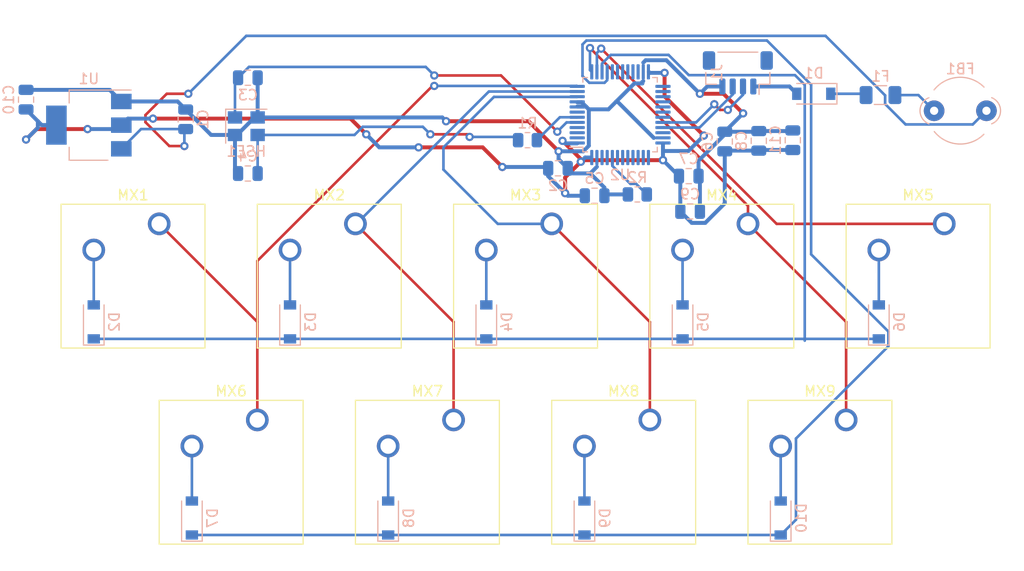
<source format=kicad_pcb>
(kicad_pcb (version 20171130) (host pcbnew "(5.1.8)-1")

  (general
    (thickness 1.6)
    (drawings 0)
    (tracks 268)
    (zones 0)
    (modules 38)
    (nets 56)
  )

  (page A4)
  (layers
    (0 F.Cu signal)
    (31 B.Cu signal)
    (32 B.Adhes user)
    (33 F.Adhes user)
    (34 B.Paste user)
    (35 F.Paste user)
    (36 B.SilkS user)
    (37 F.SilkS user)
    (38 B.Mask user)
    (39 F.Mask user)
    (40 Dwgs.User user)
    (41 Cmts.User user)
    (42 Eco1.User user)
    (43 Eco2.User user)
    (44 Edge.Cuts user)
    (45 Margin user)
    (46 B.CrtYd user)
    (47 F.CrtYd user)
    (48 B.Fab user)
    (49 F.Fab user)
  )

  (setup
    (last_trace_width 0.254)
    (trace_clearance 0.2)
    (zone_clearance 0.508)
    (zone_45_only no)
    (trace_min 0.2)
    (via_size 0.8)
    (via_drill 0.4)
    (via_min_size 0.4)
    (via_min_drill 0.3)
    (uvia_size 0.3)
    (uvia_drill 0.1)
    (uvias_allowed no)
    (uvia_min_size 0.2)
    (uvia_min_drill 0.1)
    (edge_width 0.05)
    (segment_width 0.2)
    (pcb_text_width 0.3)
    (pcb_text_size 1.5 1.5)
    (mod_edge_width 0.12)
    (mod_text_size 1 1)
    (mod_text_width 0.15)
    (pad_size 1.524 1.524)
    (pad_drill 0.762)
    (pad_to_mask_clearance 0)
    (aux_axis_origin 0 0)
    (visible_elements 7FFFFFFF)
    (pcbplotparams
      (layerselection 0x010fc_ffffffff)
      (usegerberextensions false)
      (usegerberattributes true)
      (usegerberadvancedattributes true)
      (creategerberjobfile true)
      (excludeedgelayer true)
      (linewidth 0.100000)
      (plotframeref false)
      (viasonmask false)
      (mode 1)
      (useauxorigin false)
      (hpglpennumber 1)
      (hpglpenspeed 20)
      (hpglpendiameter 15.000000)
      (psnegative false)
      (psa4output false)
      (plotreference true)
      (plotvalue true)
      (plotinvisibletext false)
      (padsonsilk false)
      (subtractmaskfromsilk false)
      (outputformat 1)
      (mirror false)
      (drillshape 1)
      (scaleselection 1)
      (outputdirectory ""))
  )

  (net 0 "")
  (net 1 GND)
  (net 2 "Net-(C1-Pad1)")
  (net 3 +3V3)
  (net 4 HSE_in)
  (net 5 "Net-(C4-Pad1)")
  (net 6 VCC)
  (net 7 "Net-(D1-Pad1)")
  (net 8 "Net-(D2-Pad2)")
  (net 9 ROW0)
  (net 10 "Net-(D3-Pad2)")
  (net 11 "Net-(D4-Pad2)")
  (net 12 "Net-(D5-Pad2)")
  (net 13 "Net-(D6-Pad2)")
  (net 14 "Net-(D7-Pad2)")
  (net 15 ROW1)
  (net 16 "Net-(D8-Pad2)")
  (net 17 "Net-(D9-Pad2)")
  (net 18 "Net-(D10-Pad2)")
  (net 19 "Net-(F1-Pad1)")
  (net 20 D+)
  (net 21 D-)
  (net 22 COL0)
  (net 23 COL1)
  (net 24 COL2)
  (net 25 COL3)
  (net 26 COL4)
  (net 27 HSE_out)
  (net 28 BOOT0)
  (net 29 "Net-(U2-Pad46)")
  (net 30 "Net-(U2-Pad45)")
  (net 31 "Net-(U2-Pad43)")
  (net 32 "Net-(U2-Pad42)")
  (net 33 "Net-(U2-Pad41)")
  (net 34 "Net-(U2-Pad40)")
  (net 35 "Net-(U2-Pad39)")
  (net 36 "Net-(U2-Pad38)")
  (net 37 "Net-(U2-Pad37)")
  (net 38 "Net-(U2-Pad34)")
  (net 39 "Net-(U2-Pad31)")
  (net 40 "Net-(U2-Pad30)")
  (net 41 "Net-(U2-Pad29)")
  (net 42 "Net-(U2-Pad28)")
  (net 43 "Net-(U2-Pad27)")
  (net 44 "Net-(U2-Pad26)")
  (net 45 "Net-(U2-Pad25)")
  (net 46 "Net-(U2-Pad22)")
  (net 47 "Net-(U2-Pad21)")
  (net 48 "Net-(U2-Pad20)")
  (net 49 "Net-(U2-Pad19)")
  (net 50 "Net-(U2-Pad18)")
  (net 51 "Net-(U2-Pad17)")
  (net 52 "Net-(U2-Pad4)")
  (net 53 "Net-(U2-Pad3)")
  (net 54 "Net-(U2-Pad2)")
  (net 55 "Net-(U2-Pad7)")

  (net_class Default "This is the default net class."
    (clearance 0.2)
    (trace_width 0.254)
    (via_dia 0.8)
    (via_drill 0.4)
    (uvia_dia 0.3)
    (uvia_drill 0.1)
    (add_net BOOT0)
    (add_net COL0)
    (add_net COL1)
    (add_net COL2)
    (add_net COL3)
    (add_net COL4)
    (add_net D+)
    (add_net D-)
    (add_net HSE_in)
    (add_net HSE_out)
    (add_net "Net-(C1-Pad1)")
    (add_net "Net-(C4-Pad1)")
    (add_net "Net-(D1-Pad1)")
    (add_net "Net-(D10-Pad2)")
    (add_net "Net-(D2-Pad2)")
    (add_net "Net-(D3-Pad2)")
    (add_net "Net-(D4-Pad2)")
    (add_net "Net-(D5-Pad2)")
    (add_net "Net-(D6-Pad2)")
    (add_net "Net-(D7-Pad2)")
    (add_net "Net-(D8-Pad2)")
    (add_net "Net-(D9-Pad2)")
    (add_net "Net-(F1-Pad1)")
    (add_net "Net-(U2-Pad17)")
    (add_net "Net-(U2-Pad18)")
    (add_net "Net-(U2-Pad19)")
    (add_net "Net-(U2-Pad2)")
    (add_net "Net-(U2-Pad20)")
    (add_net "Net-(U2-Pad21)")
    (add_net "Net-(U2-Pad22)")
    (add_net "Net-(U2-Pad25)")
    (add_net "Net-(U2-Pad26)")
    (add_net "Net-(U2-Pad27)")
    (add_net "Net-(U2-Pad28)")
    (add_net "Net-(U2-Pad29)")
    (add_net "Net-(U2-Pad3)")
    (add_net "Net-(U2-Pad30)")
    (add_net "Net-(U2-Pad31)")
    (add_net "Net-(U2-Pad34)")
    (add_net "Net-(U2-Pad37)")
    (add_net "Net-(U2-Pad38)")
    (add_net "Net-(U2-Pad39)")
    (add_net "Net-(U2-Pad4)")
    (add_net "Net-(U2-Pad40)")
    (add_net "Net-(U2-Pad41)")
    (add_net "Net-(U2-Pad42)")
    (add_net "Net-(U2-Pad43)")
    (add_net "Net-(U2-Pad45)")
    (add_net "Net-(U2-Pad46)")
    (add_net "Net-(U2-Pad7)")
    (add_net ROW0)
    (add_net ROW1)
  )

  (net_class Power ""
    (clearance 0.2)
    (trace_width 0.381)
    (via_dia 0.8)
    (via_drill 0.4)
    (uvia_dia 0.3)
    (uvia_drill 0.1)
    (add_net +3V3)
    (add_net GND)
    (add_net VCC)
  )

  (module Connector_JST:JST_SH_BM04B-SRSS-TB_1x04-1MP_P1.00mm_Vertical (layer B.Cu) (tedit 5B78AD87) (tstamp 5FBFB917)
    (at 147.447 21.844 180)
    (descr "JST SH series connector, BM04B-SRSS-TB (http://www.jst-mfg.com/product/pdf/eng/eSH.pdf), generated with kicad-footprint-generator")
    (tags "connector JST SH side entry")
    (path /5FC96AD3)
    (attr smd)
    (fp_text reference J1 (at 2.032 0 270) (layer B.SilkS)
      (effects (font (size 1 1) (thickness 0.15)) (justify mirror))
    )
    (fp_text value USBDaughterboard (at -5.08 0 270) (layer Dwgs.User)
      (effects (font (size 1 1) (thickness 0.15)))
    )
    (fp_line (start -1.5 -0.292893) (end -1 -1) (layer B.Fab) (width 0.1))
    (fp_line (start -2 -1) (end -1.5 -0.292893) (layer B.Fab) (width 0.1))
    (fp_line (start 3.9 2.6) (end -3.9 2.6) (layer B.CrtYd) (width 0.05))
    (fp_line (start 3.9 -2.6) (end 3.9 2.6) (layer B.CrtYd) (width 0.05))
    (fp_line (start -3.9 -2.6) (end 3.9 -2.6) (layer B.CrtYd) (width 0.05))
    (fp_line (start -3.9 2.6) (end -3.9 -2.6) (layer B.CrtYd) (width 0.05))
    (fp_line (start 1.65 1.55) (end 1.35 1.55) (layer B.Fab) (width 0.1))
    (fp_line (start 1.65 0.95) (end 1.65 1.55) (layer B.Fab) (width 0.1))
    (fp_line (start 1.35 0.95) (end 1.65 0.95) (layer B.Fab) (width 0.1))
    (fp_line (start 1.35 1.55) (end 1.35 0.95) (layer B.Fab) (width 0.1))
    (fp_line (start 0.65 1.55) (end 0.35 1.55) (layer B.Fab) (width 0.1))
    (fp_line (start 0.65 0.95) (end 0.65 1.55) (layer B.Fab) (width 0.1))
    (fp_line (start 0.35 0.95) (end 0.65 0.95) (layer B.Fab) (width 0.1))
    (fp_line (start 0.35 1.55) (end 0.35 0.95) (layer B.Fab) (width 0.1))
    (fp_line (start -0.35 1.55) (end -0.65 1.55) (layer B.Fab) (width 0.1))
    (fp_line (start -0.35 0.95) (end -0.35 1.55) (layer B.Fab) (width 0.1))
    (fp_line (start -0.65 0.95) (end -0.35 0.95) (layer B.Fab) (width 0.1))
    (fp_line (start -0.65 1.55) (end -0.65 0.95) (layer B.Fab) (width 0.1))
    (fp_line (start -1.35 1.55) (end -1.65 1.55) (layer B.Fab) (width 0.1))
    (fp_line (start -1.35 0.95) (end -1.35 1.55) (layer B.Fab) (width 0.1))
    (fp_line (start -1.65 0.95) (end -1.35 0.95) (layer B.Fab) (width 0.1))
    (fp_line (start -1.65 1.55) (end -1.65 0.95) (layer B.Fab) (width 0.1))
    (fp_line (start 3 -1) (end 3 1.9) (layer B.Fab) (width 0.1))
    (fp_line (start -3 -1) (end -3 1.9) (layer B.Fab) (width 0.1))
    (fp_line (start -3 1.9) (end 3 1.9) (layer B.Fab) (width 0.1))
    (fp_line (start -1.94 2.01) (end 1.94 2.01) (layer B.SilkS) (width 0.12))
    (fp_line (start 3.11 -1.11) (end 2.06 -1.11) (layer B.SilkS) (width 0.12))
    (fp_line (start 3.11 0.04) (end 3.11 -1.11) (layer B.SilkS) (width 0.12))
    (fp_line (start -2.06 -1.11) (end -2.06 -2.1) (layer B.SilkS) (width 0.12))
    (fp_line (start -3.11 -1.11) (end -2.06 -1.11) (layer B.SilkS) (width 0.12))
    (fp_line (start -3.11 0.04) (end -3.11 -1.11) (layer B.SilkS) (width 0.12))
    (fp_line (start -3 -1) (end 3 -1) (layer B.Fab) (width 0.1))
    (fp_text user %R (at 2 0 270) (layer B.CrtYd)
      (effects (font (size 1 1) (thickness 0.15)) (justify mirror))
    )
    (pad MP smd roundrect (at 2.8 1.2 180) (size 1.2 1.8) (layers B.Cu B.Paste B.Mask) (roundrect_rratio 0.208333))
    (pad MP smd roundrect (at -2.8 1.2 180) (size 1.2 1.8) (layers B.Cu B.Paste B.Mask) (roundrect_rratio 0.208333))
    (pad 4 smd roundrect (at 1.5 -1.325 180) (size 0.6 1.55) (layers B.Cu B.Paste B.Mask) (roundrect_rratio 0.25)
      (net 1 GND))
    (pad 3 smd roundrect (at 0.5 -1.325 180) (size 0.6 1.55) (layers B.Cu B.Paste B.Mask) (roundrect_rratio 0.25)
      (net 20 D+))
    (pad 2 smd roundrect (at -0.5 -1.325 180) (size 0.6 1.55) (layers B.Cu B.Paste B.Mask) (roundrect_rratio 0.25)
      (net 21 D-))
    (pad 1 smd roundrect (at -1.5 -1.325 180) (size 0.6 1.55) (layers B.Cu B.Paste B.Mask) (roundrect_rratio 0.25)
      (net 6 VCC))
    (model ${KISYS3DMOD}/Connector_JST.3dshapes/JST_SH_BM04B-SRSS-TB_1x04-1MP_P1.00mm_Vertical.wrl
      (at (xyz 0 0 0))
      (scale (xyz 1 1 1))
      (rotate (xyz 0 0 0))
    )
  )

  (module Package_QFP:LQFP-48_7x7mm_P0.5mm (layer B.Cu) (tedit 5D9F72AF) (tstamp 5FBFBACD)
    (at 136.017 25.908)
    (descr "LQFP, 48 Pin (https://www.analog.com/media/en/technical-documentation/data-sheets/ltc2358-16.pdf), generated with kicad-footprint-generator ipc_gullwing_generator.py")
    (tags "LQFP QFP")
    (path /5FC50A36)
    (attr smd)
    (fp_text reference U2 (at 0 5.85) (layer B.SilkS)
      (effects (font (size 1 1) (thickness 0.15)) (justify mirror))
    )
    (fp_text value STM32F072CBTx (at 0 -5.85) (layer B.Fab)
      (effects (font (size 1 1) (thickness 0.15)) (justify mirror))
    )
    (fp_line (start 5.15 -3.15) (end 5.15 0) (layer B.CrtYd) (width 0.05))
    (fp_line (start 3.75 -3.15) (end 5.15 -3.15) (layer B.CrtYd) (width 0.05))
    (fp_line (start 3.75 -3.75) (end 3.75 -3.15) (layer B.CrtYd) (width 0.05))
    (fp_line (start 3.15 -3.75) (end 3.75 -3.75) (layer B.CrtYd) (width 0.05))
    (fp_line (start 3.15 -5.15) (end 3.15 -3.75) (layer B.CrtYd) (width 0.05))
    (fp_line (start 0 -5.15) (end 3.15 -5.15) (layer B.CrtYd) (width 0.05))
    (fp_line (start -5.15 -3.15) (end -5.15 0) (layer B.CrtYd) (width 0.05))
    (fp_line (start -3.75 -3.15) (end -5.15 -3.15) (layer B.CrtYd) (width 0.05))
    (fp_line (start -3.75 -3.75) (end -3.75 -3.15) (layer B.CrtYd) (width 0.05))
    (fp_line (start -3.15 -3.75) (end -3.75 -3.75) (layer B.CrtYd) (width 0.05))
    (fp_line (start -3.15 -5.15) (end -3.15 -3.75) (layer B.CrtYd) (width 0.05))
    (fp_line (start 0 -5.15) (end -3.15 -5.15) (layer B.CrtYd) (width 0.05))
    (fp_line (start 5.15 3.15) (end 5.15 0) (layer B.CrtYd) (width 0.05))
    (fp_line (start 3.75 3.15) (end 5.15 3.15) (layer B.CrtYd) (width 0.05))
    (fp_line (start 3.75 3.75) (end 3.75 3.15) (layer B.CrtYd) (width 0.05))
    (fp_line (start 3.15 3.75) (end 3.75 3.75) (layer B.CrtYd) (width 0.05))
    (fp_line (start 3.15 5.15) (end 3.15 3.75) (layer B.CrtYd) (width 0.05))
    (fp_line (start 0 5.15) (end 3.15 5.15) (layer B.CrtYd) (width 0.05))
    (fp_line (start -5.15 3.15) (end -5.15 0) (layer B.CrtYd) (width 0.05))
    (fp_line (start -3.75 3.15) (end -5.15 3.15) (layer B.CrtYd) (width 0.05))
    (fp_line (start -3.75 3.75) (end -3.75 3.15) (layer B.CrtYd) (width 0.05))
    (fp_line (start -3.15 3.75) (end -3.75 3.75) (layer B.CrtYd) (width 0.05))
    (fp_line (start -3.15 5.15) (end -3.15 3.75) (layer B.CrtYd) (width 0.05))
    (fp_line (start 0 5.15) (end -3.15 5.15) (layer B.CrtYd) (width 0.05))
    (fp_line (start -3.5 2.5) (end -2.5 3.5) (layer B.Fab) (width 0.1))
    (fp_line (start -3.5 -3.5) (end -3.5 2.5) (layer B.Fab) (width 0.1))
    (fp_line (start 3.5 -3.5) (end -3.5 -3.5) (layer B.Fab) (width 0.1))
    (fp_line (start 3.5 3.5) (end 3.5 -3.5) (layer B.Fab) (width 0.1))
    (fp_line (start -2.5 3.5) (end 3.5 3.5) (layer B.Fab) (width 0.1))
    (fp_line (start -3.61 3.16) (end -4.9 3.16) (layer B.SilkS) (width 0.12))
    (fp_line (start -3.61 3.61) (end -3.61 3.16) (layer B.SilkS) (width 0.12))
    (fp_line (start -3.16 3.61) (end -3.61 3.61) (layer B.SilkS) (width 0.12))
    (fp_line (start 3.61 3.61) (end 3.61 3.16) (layer B.SilkS) (width 0.12))
    (fp_line (start 3.16 3.61) (end 3.61 3.61) (layer B.SilkS) (width 0.12))
    (fp_line (start -3.61 -3.61) (end -3.61 -3.16) (layer B.SilkS) (width 0.12))
    (fp_line (start -3.16 -3.61) (end -3.61 -3.61) (layer B.SilkS) (width 0.12))
    (fp_line (start 3.61 -3.61) (end 3.61 -3.16) (layer B.SilkS) (width 0.12))
    (fp_line (start 3.16 -3.61) (end 3.61 -3.61) (layer B.SilkS) (width 0.12))
    (fp_text user %R (at 0 0) (layer B.Fab)
      (effects (font (size 1 1) (thickness 0.15)) (justify mirror))
    )
    (pad 48 smd roundrect (at -2.75 4.1625) (size 0.3 1.475) (layers B.Cu B.Paste B.Mask) (roundrect_rratio 0.25)
      (net 3 +3V3))
    (pad 47 smd roundrect (at -2.25 4.1625) (size 0.3 1.475) (layers B.Cu B.Paste B.Mask) (roundrect_rratio 0.25)
      (net 1 GND))
    (pad 46 smd roundrect (at -1.75 4.1625) (size 0.3 1.475) (layers B.Cu B.Paste B.Mask) (roundrect_rratio 0.25)
      (net 29 "Net-(U2-Pad46)"))
    (pad 45 smd roundrect (at -1.25 4.1625) (size 0.3 1.475) (layers B.Cu B.Paste B.Mask) (roundrect_rratio 0.25)
      (net 30 "Net-(U2-Pad45)"))
    (pad 44 smd roundrect (at -0.75 4.1625) (size 0.3 1.475) (layers B.Cu B.Paste B.Mask) (roundrect_rratio 0.25)
      (net 28 BOOT0))
    (pad 43 smd roundrect (at -0.25 4.1625) (size 0.3 1.475) (layers B.Cu B.Paste B.Mask) (roundrect_rratio 0.25)
      (net 31 "Net-(U2-Pad43)"))
    (pad 42 smd roundrect (at 0.25 4.1625) (size 0.3 1.475) (layers B.Cu B.Paste B.Mask) (roundrect_rratio 0.25)
      (net 32 "Net-(U2-Pad42)"))
    (pad 41 smd roundrect (at 0.75 4.1625) (size 0.3 1.475) (layers B.Cu B.Paste B.Mask) (roundrect_rratio 0.25)
      (net 33 "Net-(U2-Pad41)"))
    (pad 40 smd roundrect (at 1.25 4.1625) (size 0.3 1.475) (layers B.Cu B.Paste B.Mask) (roundrect_rratio 0.25)
      (net 34 "Net-(U2-Pad40)"))
    (pad 39 smd roundrect (at 1.75 4.1625) (size 0.3 1.475) (layers B.Cu B.Paste B.Mask) (roundrect_rratio 0.25)
      (net 35 "Net-(U2-Pad39)"))
    (pad 38 smd roundrect (at 2.25 4.1625) (size 0.3 1.475) (layers B.Cu B.Paste B.Mask) (roundrect_rratio 0.25)
      (net 36 "Net-(U2-Pad38)"))
    (pad 37 smd roundrect (at 2.75 4.1625) (size 0.3 1.475) (layers B.Cu B.Paste B.Mask) (roundrect_rratio 0.25)
      (net 37 "Net-(U2-Pad37)"))
    (pad 36 smd roundrect (at 4.1625 2.75) (size 1.475 0.3) (layers B.Cu B.Paste B.Mask) (roundrect_rratio 0.25)
      (net 3 +3V3))
    (pad 35 smd roundrect (at 4.1625 2.25) (size 1.475 0.3) (layers B.Cu B.Paste B.Mask) (roundrect_rratio 0.25)
      (net 1 GND))
    (pad 34 smd roundrect (at 4.1625 1.75) (size 1.475 0.3) (layers B.Cu B.Paste B.Mask) (roundrect_rratio 0.25)
      (net 38 "Net-(U2-Pad34)"))
    (pad 33 smd roundrect (at 4.1625 1.25) (size 1.475 0.3) (layers B.Cu B.Paste B.Mask) (roundrect_rratio 0.25)
      (net 20 D+))
    (pad 32 smd roundrect (at 4.1625 0.75) (size 1.475 0.3) (layers B.Cu B.Paste B.Mask) (roundrect_rratio 0.25)
      (net 21 D-))
    (pad 31 smd roundrect (at 4.1625 0.25) (size 1.475 0.3) (layers B.Cu B.Paste B.Mask) (roundrect_rratio 0.25)
      (net 39 "Net-(U2-Pad31)"))
    (pad 30 smd roundrect (at 4.1625 -0.25) (size 1.475 0.3) (layers B.Cu B.Paste B.Mask) (roundrect_rratio 0.25)
      (net 40 "Net-(U2-Pad30)"))
    (pad 29 smd roundrect (at 4.1625 -0.75) (size 1.475 0.3) (layers B.Cu B.Paste B.Mask) (roundrect_rratio 0.25)
      (net 41 "Net-(U2-Pad29)"))
    (pad 28 smd roundrect (at 4.1625 -1.25) (size 1.475 0.3) (layers B.Cu B.Paste B.Mask) (roundrect_rratio 0.25)
      (net 42 "Net-(U2-Pad28)"))
    (pad 27 smd roundrect (at 4.1625 -1.75) (size 1.475 0.3) (layers B.Cu B.Paste B.Mask) (roundrect_rratio 0.25)
      (net 43 "Net-(U2-Pad27)"))
    (pad 26 smd roundrect (at 4.1625 -2.25) (size 1.475 0.3) (layers B.Cu B.Paste B.Mask) (roundrect_rratio 0.25)
      (net 44 "Net-(U2-Pad26)"))
    (pad 25 smd roundrect (at 4.1625 -2.75) (size 1.475 0.3) (layers B.Cu B.Paste B.Mask) (roundrect_rratio 0.25)
      (net 45 "Net-(U2-Pad25)"))
    (pad 24 smd roundrect (at 2.75 -4.1625) (size 0.3 1.475) (layers B.Cu B.Paste B.Mask) (roundrect_rratio 0.25)
      (net 3 +3V3))
    (pad 23 smd roundrect (at 2.25 -4.1625) (size 0.3 1.475) (layers B.Cu B.Paste B.Mask) (roundrect_rratio 0.25)
      (net 1 GND))
    (pad 22 smd roundrect (at 1.75 -4.1625) (size 0.3 1.475) (layers B.Cu B.Paste B.Mask) (roundrect_rratio 0.25)
      (net 46 "Net-(U2-Pad22)"))
    (pad 21 smd roundrect (at 1.25 -4.1625) (size 0.3 1.475) (layers B.Cu B.Paste B.Mask) (roundrect_rratio 0.25)
      (net 47 "Net-(U2-Pad21)"))
    (pad 20 smd roundrect (at 0.75 -4.1625) (size 0.3 1.475) (layers B.Cu B.Paste B.Mask) (roundrect_rratio 0.25)
      (net 48 "Net-(U2-Pad20)"))
    (pad 19 smd roundrect (at 0.25 -4.1625) (size 0.3 1.475) (layers B.Cu B.Paste B.Mask) (roundrect_rratio 0.25)
      (net 49 "Net-(U2-Pad19)"))
    (pad 18 smd roundrect (at -0.25 -4.1625) (size 0.3 1.475) (layers B.Cu B.Paste B.Mask) (roundrect_rratio 0.25)
      (net 50 "Net-(U2-Pad18)"))
    (pad 17 smd roundrect (at -0.75 -4.1625) (size 0.3 1.475) (layers B.Cu B.Paste B.Mask) (roundrect_rratio 0.25)
      (net 51 "Net-(U2-Pad17)"))
    (pad 16 smd roundrect (at -1.25 -4.1625) (size 0.3 1.475) (layers B.Cu B.Paste B.Mask) (roundrect_rratio 0.25)
      (net 15 ROW1))
    (pad 15 smd roundrect (at -1.75 -4.1625) (size 0.3 1.475) (layers B.Cu B.Paste B.Mask) (roundrect_rratio 0.25)
      (net 9 ROW0))
    (pad 14 smd roundrect (at -2.25 -4.1625) (size 0.3 1.475) (layers B.Cu B.Paste B.Mask) (roundrect_rratio 0.25)
      (net 26 COL4))
    (pad 13 smd roundrect (at -2.75 -4.1625) (size 0.3 1.475) (layers B.Cu B.Paste B.Mask) (roundrect_rratio 0.25)
      (net 25 COL3))
    (pad 12 smd roundrect (at -4.1625 -2.75) (size 1.475 0.3) (layers B.Cu B.Paste B.Mask) (roundrect_rratio 0.25)
      (net 22 COL0))
    (pad 11 smd roundrect (at -4.1625 -2.25) (size 1.475 0.3) (layers B.Cu B.Paste B.Mask) (roundrect_rratio 0.25)
      (net 23 COL1))
    (pad 10 smd roundrect (at -4.1625 -1.75) (size 1.475 0.3) (layers B.Cu B.Paste B.Mask) (roundrect_rratio 0.25)
      (net 24 COL2))
    (pad 9 smd roundrect (at -4.1625 -1.25) (size 1.475 0.3) (layers B.Cu B.Paste B.Mask) (roundrect_rratio 0.25)
      (net 1 GND))
    (pad 8 smd roundrect (at -4.1625 -0.75) (size 1.475 0.3) (layers B.Cu B.Paste B.Mask) (roundrect_rratio 0.25)
      (net 1 GND))
    (pad 7 smd roundrect (at -4.1625 -0.25) (size 1.475 0.3) (layers B.Cu B.Paste B.Mask) (roundrect_rratio 0.25)
      (net 55 "Net-(U2-Pad7)"))
    (pad 6 smd roundrect (at -4.1625 0.25) (size 1.475 0.3) (layers B.Cu B.Paste B.Mask) (roundrect_rratio 0.25)
      (net 27 HSE_out))
    (pad 5 smd roundrect (at -4.1625 0.75) (size 1.475 0.3) (layers B.Cu B.Paste B.Mask) (roundrect_rratio 0.25)
      (net 4 HSE_in))
    (pad 4 smd roundrect (at -4.1625 1.25) (size 1.475 0.3) (layers B.Cu B.Paste B.Mask) (roundrect_rratio 0.25)
      (net 52 "Net-(U2-Pad4)"))
    (pad 3 smd roundrect (at -4.1625 1.75) (size 1.475 0.3) (layers B.Cu B.Paste B.Mask) (roundrect_rratio 0.25)
      (net 53 "Net-(U2-Pad3)"))
    (pad 2 smd roundrect (at -4.1625 2.25) (size 1.475 0.3) (layers B.Cu B.Paste B.Mask) (roundrect_rratio 0.25)
      (net 54 "Net-(U2-Pad2)"))
    (pad 1 smd roundrect (at -4.1625 2.75) (size 1.475 0.3) (layers B.Cu B.Paste B.Mask) (roundrect_rratio 0.25)
      (net 3 +3V3))
    (model ${KISYS3DMOD}/Package_QFP.3dshapes/LQFP-48_7x7mm_P0.5mm.wrl
      (at (xyz 0 0 0))
      (scale (xyz 1 1 1))
      (rotate (xyz 0 0 0))
    )
  )

  (module Package_TO_SOT_SMD:SOT-223-3_TabPin2 (layer B.Cu) (tedit 5A02FF57) (tstamp 5FBFBA72)
    (at 84.455 26.924 180)
    (descr "module CMS SOT223 4 pins")
    (tags "CMS SOT")
    (path /5FC09823)
    (attr smd)
    (fp_text reference U1 (at 0 4.5) (layer B.SilkS)
      (effects (font (size 1 1) (thickness 0.15)) (justify mirror))
    )
    (fp_text value AMS1117-3.3 (at 0 -4.5) (layer B.Fab)
      (effects (font (size 1 1) (thickness 0.15)) (justify mirror))
    )
    (fp_line (start 1.85 3.35) (end 1.85 -3.35) (layer B.Fab) (width 0.1))
    (fp_line (start -1.85 -3.35) (end 1.85 -3.35) (layer B.Fab) (width 0.1))
    (fp_line (start -4.1 3.41) (end 1.91 3.41) (layer B.SilkS) (width 0.12))
    (fp_line (start -0.85 3.35) (end 1.85 3.35) (layer B.Fab) (width 0.1))
    (fp_line (start -1.85 -3.41) (end 1.91 -3.41) (layer B.SilkS) (width 0.12))
    (fp_line (start -1.85 2.35) (end -1.85 -3.35) (layer B.Fab) (width 0.1))
    (fp_line (start -1.85 2.35) (end -0.85 3.35) (layer B.Fab) (width 0.1))
    (fp_line (start -4.4 3.6) (end -4.4 -3.6) (layer B.CrtYd) (width 0.05))
    (fp_line (start -4.4 -3.6) (end 4.4 -3.6) (layer B.CrtYd) (width 0.05))
    (fp_line (start 4.4 -3.6) (end 4.4 3.6) (layer B.CrtYd) (width 0.05))
    (fp_line (start 4.4 3.6) (end -4.4 3.6) (layer B.CrtYd) (width 0.05))
    (fp_line (start 1.91 3.41) (end 1.91 2.15) (layer B.SilkS) (width 0.12))
    (fp_line (start 1.91 -3.41) (end 1.91 -2.15) (layer B.SilkS) (width 0.12))
    (fp_text user %R (at 0 0 -90) (layer B.Fab)
      (effects (font (size 0.8 0.8) (thickness 0.12)) (justify mirror))
    )
    (pad 1 smd rect (at -3.15 2.3 180) (size 2 1.5) (layers B.Cu B.Paste B.Mask)
      (net 1 GND))
    (pad 3 smd rect (at -3.15 -2.3 180) (size 2 1.5) (layers B.Cu B.Paste B.Mask)
      (net 2 "Net-(C1-Pad1)"))
    (pad 2 smd rect (at -3.15 0 180) (size 2 1.5) (layers B.Cu B.Paste B.Mask)
      (net 3 +3V3))
    (pad 2 smd rect (at 3.15 0 180) (size 2 3.8) (layers B.Cu B.Paste B.Mask)
      (net 3 +3V3))
    (model ${KISYS3DMOD}/Package_TO_SOT_SMD.3dshapes/SOT-223.wrl
      (at (xyz 0 0 0))
      (scale (xyz 1 1 1))
      (rotate (xyz 0 0 0))
    )
  )

  (module Resistor_SMD:R_0805_2012Metric (layer B.Cu) (tedit 5F68FEEE) (tstamp 5FBFBA23)
    (at 137.6915 33.655 180)
    (descr "Resistor SMD 0805 (2012 Metric), square (rectangular) end terminal, IPC_7351 nominal, (Body size source: IPC-SM-782 page 72, https://www.pcb-3d.com/wordpress/wp-content/uploads/ipc-sm-782a_amendment_1_and_2.pdf), generated with kicad-footprint-generator")
    (tags resistor)
    (path /5FC7DCB6)
    (attr smd)
    (fp_text reference R2 (at 0 1.65) (layer B.SilkS)
      (effects (font (size 1 1) (thickness 0.15)) (justify mirror))
    )
    (fp_text value 10k (at 0 -1.65) (layer B.Fab)
      (effects (font (size 1 1) (thickness 0.15)) (justify mirror))
    )
    (fp_line (start 1.68 -0.95) (end -1.68 -0.95) (layer B.CrtYd) (width 0.05))
    (fp_line (start 1.68 0.95) (end 1.68 -0.95) (layer B.CrtYd) (width 0.05))
    (fp_line (start -1.68 0.95) (end 1.68 0.95) (layer B.CrtYd) (width 0.05))
    (fp_line (start -1.68 -0.95) (end -1.68 0.95) (layer B.CrtYd) (width 0.05))
    (fp_line (start -0.227064 -0.735) (end 0.227064 -0.735) (layer B.SilkS) (width 0.12))
    (fp_line (start -0.227064 0.735) (end 0.227064 0.735) (layer B.SilkS) (width 0.12))
    (fp_line (start 1 -0.625) (end -1 -0.625) (layer B.Fab) (width 0.1))
    (fp_line (start 1 0.625) (end 1 -0.625) (layer B.Fab) (width 0.1))
    (fp_line (start -1 0.625) (end 1 0.625) (layer B.Fab) (width 0.1))
    (fp_line (start -1 -0.625) (end -1 0.625) (layer B.Fab) (width 0.1))
    (fp_text user %R (at 0 0) (layer B.Fab)
      (effects (font (size 0.5 0.5) (thickness 0.08)) (justify mirror))
    )
    (pad 2 smd roundrect (at 0.9125 0 180) (size 1.025 1.4) (layers B.Cu B.Paste B.Mask) (roundrect_rratio 0.243902)
      (net 1 GND))
    (pad 1 smd roundrect (at -0.9125 0 180) (size 1.025 1.4) (layers B.Cu B.Paste B.Mask) (roundrect_rratio 0.243902)
      (net 28 BOOT0))
    (model ${KISYS3DMOD}/Resistor_SMD.3dshapes/R_0805_2012Metric.wrl
      (at (xyz 0 0 0))
      (scale (xyz 1 1 1))
      (rotate (xyz 0 0 0))
    )
  )

  (module Resistor_SMD:R_0805_2012Metric (layer B.Cu) (tedit 5F68FEEE) (tstamp 5FBFBA12)
    (at 127.03175 28.3845 180)
    (descr "Resistor SMD 0805 (2012 Metric), square (rectangular) end terminal, IPC_7351 nominal, (Body size source: IPC-SM-782 page 72, https://www.pcb-3d.com/wordpress/wp-content/uploads/ipc-sm-782a_amendment_1_and_2.pdf), generated with kicad-footprint-generator")
    (tags resistor)
    (path /5FC68E56)
    (attr smd)
    (fp_text reference R1 (at 0 1.65) (layer B.SilkS)
      (effects (font (size 1 1) (thickness 0.15)) (justify mirror))
    )
    (fp_text value 220 (at 0 -1.65) (layer B.Fab)
      (effects (font (size 1 1) (thickness 0.15)) (justify mirror))
    )
    (fp_line (start 1.68 -0.95) (end -1.68 -0.95) (layer B.CrtYd) (width 0.05))
    (fp_line (start 1.68 0.95) (end 1.68 -0.95) (layer B.CrtYd) (width 0.05))
    (fp_line (start -1.68 0.95) (end 1.68 0.95) (layer B.CrtYd) (width 0.05))
    (fp_line (start -1.68 -0.95) (end -1.68 0.95) (layer B.CrtYd) (width 0.05))
    (fp_line (start -0.227064 -0.735) (end 0.227064 -0.735) (layer B.SilkS) (width 0.12))
    (fp_line (start -0.227064 0.735) (end 0.227064 0.735) (layer B.SilkS) (width 0.12))
    (fp_line (start 1 -0.625) (end -1 -0.625) (layer B.Fab) (width 0.1))
    (fp_line (start 1 0.625) (end 1 -0.625) (layer B.Fab) (width 0.1))
    (fp_line (start -1 0.625) (end 1 0.625) (layer B.Fab) (width 0.1))
    (fp_line (start -1 -0.625) (end -1 0.625) (layer B.Fab) (width 0.1))
    (fp_text user %R (at 0 0 90) (layer B.Fab)
      (effects (font (size 0.5 0.5) (thickness 0.08)) (justify mirror))
    )
    (pad 2 smd roundrect (at 0.9125 0 180) (size 1.025 1.4) (layers B.Cu B.Paste B.Mask) (roundrect_rratio 0.243902)
      (net 5 "Net-(C4-Pad1)"))
    (pad 1 smd roundrect (at -0.9125 0 180) (size 1.025 1.4) (layers B.Cu B.Paste B.Mask) (roundrect_rratio 0.243902)
      (net 27 HSE_out))
    (model ${KISYS3DMOD}/Resistor_SMD.3dshapes/R_0805_2012Metric.wrl
      (at (xyz 0 0 0))
      (scale (xyz 1 1 1))
      (rotate (xyz 0 0 0))
    )
  )

  (module Button_Switch_Keyboard:SW_Cherry_MX_1.00u_PCB (layer F.Cu) (tedit 5A02FE24) (tstamp 5FBFBA01)
    (at 157.95625 55.5625)
    (descr "Cherry MX keyswitch, 1.00u, PCB mount, http://cherryamericas.com/wp-content/uploads/2014/12/mx_cat.pdf")
    (tags "Cherry MX keyswitch 1.00u PCB")
    (path /5FCB6DDA)
    (fp_text reference MX9 (at -2.54 -2.794) (layer F.SilkS)
      (effects (font (size 1 1) (thickness 0.15)))
    )
    (fp_text value MX-NoLED (at -2.54 12.954) (layer F.Fab)
      (effects (font (size 1 1) (thickness 0.15)))
    )
    (fp_line (start -9.525 12.065) (end -9.525 -1.905) (layer F.SilkS) (width 0.12))
    (fp_line (start 4.445 12.065) (end -9.525 12.065) (layer F.SilkS) (width 0.12))
    (fp_line (start 4.445 -1.905) (end 4.445 12.065) (layer F.SilkS) (width 0.12))
    (fp_line (start -9.525 -1.905) (end 4.445 -1.905) (layer F.SilkS) (width 0.12))
    (fp_line (start -12.065 14.605) (end -12.065 -4.445) (layer Dwgs.User) (width 0.15))
    (fp_line (start 6.985 14.605) (end -12.065 14.605) (layer Dwgs.User) (width 0.15))
    (fp_line (start 6.985 -4.445) (end 6.985 14.605) (layer Dwgs.User) (width 0.15))
    (fp_line (start -12.065 -4.445) (end 6.985 -4.445) (layer Dwgs.User) (width 0.15))
    (fp_line (start -9.14 -1.52) (end 4.06 -1.52) (layer F.CrtYd) (width 0.05))
    (fp_line (start 4.06 -1.52) (end 4.06 11.68) (layer F.CrtYd) (width 0.05))
    (fp_line (start 4.06 11.68) (end -9.14 11.68) (layer F.CrtYd) (width 0.05))
    (fp_line (start -9.14 11.68) (end -9.14 -1.52) (layer F.CrtYd) (width 0.05))
    (fp_line (start -8.89 11.43) (end -8.89 -1.27) (layer F.Fab) (width 0.1))
    (fp_line (start 3.81 11.43) (end -8.89 11.43) (layer F.Fab) (width 0.1))
    (fp_line (start 3.81 -1.27) (end 3.81 11.43) (layer F.Fab) (width 0.1))
    (fp_line (start -8.89 -1.27) (end 3.81 -1.27) (layer F.Fab) (width 0.1))
    (fp_text user %R (at -2.54 -2.794) (layer F.Fab)
      (effects (font (size 1 1) (thickness 0.15)))
    )
    (pad "" np_thru_hole circle (at 2.54 5.08) (size 1.7 1.7) (drill 1.7) (layers *.Cu *.Mask))
    (pad "" np_thru_hole circle (at -7.62 5.08) (size 1.7 1.7) (drill 1.7) (layers *.Cu *.Mask))
    (pad "" np_thru_hole circle (at -2.54 5.08) (size 4 4) (drill 4) (layers *.Cu *.Mask))
    (pad 2 thru_hole circle (at -6.35 2.54) (size 2.2 2.2) (drill 1.5) (layers *.Cu *.Mask)
      (net 18 "Net-(D10-Pad2)"))
    (pad 1 thru_hole circle (at 0 0) (size 2.2 2.2) (drill 1.5) (layers *.Cu *.Mask)
      (net 25 COL3))
    (model ${KISYS3DMOD}/Button_Switch_Keyboard.3dshapes/SW_Cherry_MX_1.00u_PCB.wrl
      (at (xyz 0 0 0))
      (scale (xyz 1 1 1))
      (rotate (xyz 0 0 0))
    )
  )

  (module Button_Switch_Keyboard:SW_Cherry_MX_1.00u_PCB (layer F.Cu) (tedit 5A02FE24) (tstamp 5FBFB9E7)
    (at 138.90625 55.5625)
    (descr "Cherry MX keyswitch, 1.00u, PCB mount, http://cherryamericas.com/wp-content/uploads/2014/12/mx_cat.pdf")
    (tags "Cherry MX keyswitch 1.00u PCB")
    (path /5FCB1259)
    (fp_text reference MX8 (at -2.54 -2.794) (layer F.SilkS)
      (effects (font (size 1 1) (thickness 0.15)))
    )
    (fp_text value MX-NoLED (at -2.54 12.954) (layer F.Fab)
      (effects (font (size 1 1) (thickness 0.15)))
    )
    (fp_line (start -9.525 12.065) (end -9.525 -1.905) (layer F.SilkS) (width 0.12))
    (fp_line (start 4.445 12.065) (end -9.525 12.065) (layer F.SilkS) (width 0.12))
    (fp_line (start 4.445 -1.905) (end 4.445 12.065) (layer F.SilkS) (width 0.12))
    (fp_line (start -9.525 -1.905) (end 4.445 -1.905) (layer F.SilkS) (width 0.12))
    (fp_line (start -12.065 14.605) (end -12.065 -4.445) (layer Dwgs.User) (width 0.15))
    (fp_line (start 6.985 14.605) (end -12.065 14.605) (layer Dwgs.User) (width 0.15))
    (fp_line (start 6.985 -4.445) (end 6.985 14.605) (layer Dwgs.User) (width 0.15))
    (fp_line (start -12.065 -4.445) (end 6.985 -4.445) (layer Dwgs.User) (width 0.15))
    (fp_line (start -9.14 -1.52) (end 4.06 -1.52) (layer F.CrtYd) (width 0.05))
    (fp_line (start 4.06 -1.52) (end 4.06 11.68) (layer F.CrtYd) (width 0.05))
    (fp_line (start 4.06 11.68) (end -9.14 11.68) (layer F.CrtYd) (width 0.05))
    (fp_line (start -9.14 11.68) (end -9.14 -1.52) (layer F.CrtYd) (width 0.05))
    (fp_line (start -8.89 11.43) (end -8.89 -1.27) (layer F.Fab) (width 0.1))
    (fp_line (start 3.81 11.43) (end -8.89 11.43) (layer F.Fab) (width 0.1))
    (fp_line (start 3.81 -1.27) (end 3.81 11.43) (layer F.Fab) (width 0.1))
    (fp_line (start -8.89 -1.27) (end 3.81 -1.27) (layer F.Fab) (width 0.1))
    (fp_text user %R (at -2.54 -2.794) (layer F.Fab)
      (effects (font (size 1 1) (thickness 0.15)))
    )
    (pad "" np_thru_hole circle (at 2.54 5.08) (size 1.7 1.7) (drill 1.7) (layers *.Cu *.Mask))
    (pad "" np_thru_hole circle (at -7.62 5.08) (size 1.7 1.7) (drill 1.7) (layers *.Cu *.Mask))
    (pad "" np_thru_hole circle (at -2.54 5.08) (size 4 4) (drill 4) (layers *.Cu *.Mask))
    (pad 2 thru_hole circle (at -6.35 2.54) (size 2.2 2.2) (drill 1.5) (layers *.Cu *.Mask)
      (net 17 "Net-(D9-Pad2)"))
    (pad 1 thru_hole circle (at 0 0) (size 2.2 2.2) (drill 1.5) (layers *.Cu *.Mask)
      (net 24 COL2))
    (model ${KISYS3DMOD}/Button_Switch_Keyboard.3dshapes/SW_Cherry_MX_1.00u_PCB.wrl
      (at (xyz 0 0 0))
      (scale (xyz 1 1 1))
      (rotate (xyz 0 0 0))
    )
  )

  (module Button_Switch_Keyboard:SW_Cherry_MX_1.00u_PCB (layer F.Cu) (tedit 5A02FE24) (tstamp 5FBFB9CD)
    (at 119.85625 55.5625)
    (descr "Cherry MX keyswitch, 1.00u, PCB mount, http://cherryamericas.com/wp-content/uploads/2014/12/mx_cat.pdf")
    (tags "Cherry MX keyswitch 1.00u PCB")
    (path /5FCAF59E)
    (fp_text reference MX7 (at -2.54 -2.794) (layer F.SilkS)
      (effects (font (size 1 1) (thickness 0.15)))
    )
    (fp_text value MX-NoLED (at -2.54 12.954) (layer F.Fab)
      (effects (font (size 1 1) (thickness 0.15)))
    )
    (fp_line (start -9.525 12.065) (end -9.525 -1.905) (layer F.SilkS) (width 0.12))
    (fp_line (start 4.445 12.065) (end -9.525 12.065) (layer F.SilkS) (width 0.12))
    (fp_line (start 4.445 -1.905) (end 4.445 12.065) (layer F.SilkS) (width 0.12))
    (fp_line (start -9.525 -1.905) (end 4.445 -1.905) (layer F.SilkS) (width 0.12))
    (fp_line (start -12.065 14.605) (end -12.065 -4.445) (layer Dwgs.User) (width 0.15))
    (fp_line (start 6.985 14.605) (end -12.065 14.605) (layer Dwgs.User) (width 0.15))
    (fp_line (start 6.985 -4.445) (end 6.985 14.605) (layer Dwgs.User) (width 0.15))
    (fp_line (start -12.065 -4.445) (end 6.985 -4.445) (layer Dwgs.User) (width 0.15))
    (fp_line (start -9.14 -1.52) (end 4.06 -1.52) (layer F.CrtYd) (width 0.05))
    (fp_line (start 4.06 -1.52) (end 4.06 11.68) (layer F.CrtYd) (width 0.05))
    (fp_line (start 4.06 11.68) (end -9.14 11.68) (layer F.CrtYd) (width 0.05))
    (fp_line (start -9.14 11.68) (end -9.14 -1.52) (layer F.CrtYd) (width 0.05))
    (fp_line (start -8.89 11.43) (end -8.89 -1.27) (layer F.Fab) (width 0.1))
    (fp_line (start 3.81 11.43) (end -8.89 11.43) (layer F.Fab) (width 0.1))
    (fp_line (start 3.81 -1.27) (end 3.81 11.43) (layer F.Fab) (width 0.1))
    (fp_line (start -8.89 -1.27) (end 3.81 -1.27) (layer F.Fab) (width 0.1))
    (fp_text user %R (at -2.54 -2.794) (layer F.Fab)
      (effects (font (size 1 1) (thickness 0.15)))
    )
    (pad "" np_thru_hole circle (at 2.54 5.08) (size 1.7 1.7) (drill 1.7) (layers *.Cu *.Mask))
    (pad "" np_thru_hole circle (at -7.62 5.08) (size 1.7 1.7) (drill 1.7) (layers *.Cu *.Mask))
    (pad "" np_thru_hole circle (at -2.54 5.08) (size 4 4) (drill 4) (layers *.Cu *.Mask))
    (pad 2 thru_hole circle (at -6.35 2.54) (size 2.2 2.2) (drill 1.5) (layers *.Cu *.Mask)
      (net 16 "Net-(D8-Pad2)"))
    (pad 1 thru_hole circle (at 0 0) (size 2.2 2.2) (drill 1.5) (layers *.Cu *.Mask)
      (net 23 COL1))
    (model ${KISYS3DMOD}/Button_Switch_Keyboard.3dshapes/SW_Cherry_MX_1.00u_PCB.wrl
      (at (xyz 0 0 0))
      (scale (xyz 1 1 1))
      (rotate (xyz 0 0 0))
    )
  )

  (module Button_Switch_Keyboard:SW_Cherry_MX_1.00u_PCB (layer F.Cu) (tedit 5A02FE24) (tstamp 5FBFB9B3)
    (at 100.80625 55.5625)
    (descr "Cherry MX keyswitch, 1.00u, PCB mount, http://cherryamericas.com/wp-content/uploads/2014/12/mx_cat.pdf")
    (tags "Cherry MX keyswitch 1.00u PCB")
    (path /5FCAED9F)
    (fp_text reference MX6 (at -2.54 -2.794) (layer F.SilkS)
      (effects (font (size 1 1) (thickness 0.15)))
    )
    (fp_text value MX-NoLED (at -2.54 12.954) (layer F.Fab)
      (effects (font (size 1 1) (thickness 0.15)))
    )
    (fp_line (start -9.525 12.065) (end -9.525 -1.905) (layer F.SilkS) (width 0.12))
    (fp_line (start 4.445 12.065) (end -9.525 12.065) (layer F.SilkS) (width 0.12))
    (fp_line (start 4.445 -1.905) (end 4.445 12.065) (layer F.SilkS) (width 0.12))
    (fp_line (start -9.525 -1.905) (end 4.445 -1.905) (layer F.SilkS) (width 0.12))
    (fp_line (start -12.065 14.605) (end -12.065 -4.445) (layer Dwgs.User) (width 0.15))
    (fp_line (start 6.985 14.605) (end -12.065 14.605) (layer Dwgs.User) (width 0.15))
    (fp_line (start 6.985 -4.445) (end 6.985 14.605) (layer Dwgs.User) (width 0.15))
    (fp_line (start -12.065 -4.445) (end 6.985 -4.445) (layer Dwgs.User) (width 0.15))
    (fp_line (start -9.14 -1.52) (end 4.06 -1.52) (layer F.CrtYd) (width 0.05))
    (fp_line (start 4.06 -1.52) (end 4.06 11.68) (layer F.CrtYd) (width 0.05))
    (fp_line (start 4.06 11.68) (end -9.14 11.68) (layer F.CrtYd) (width 0.05))
    (fp_line (start -9.14 11.68) (end -9.14 -1.52) (layer F.CrtYd) (width 0.05))
    (fp_line (start -8.89 11.43) (end -8.89 -1.27) (layer F.Fab) (width 0.1))
    (fp_line (start 3.81 11.43) (end -8.89 11.43) (layer F.Fab) (width 0.1))
    (fp_line (start 3.81 -1.27) (end 3.81 11.43) (layer F.Fab) (width 0.1))
    (fp_line (start -8.89 -1.27) (end 3.81 -1.27) (layer F.Fab) (width 0.1))
    (fp_text user %R (at -2.54 -2.794) (layer F.Fab)
      (effects (font (size 1 1) (thickness 0.15)))
    )
    (pad "" np_thru_hole circle (at 2.54 5.08) (size 1.7 1.7) (drill 1.7) (layers *.Cu *.Mask))
    (pad "" np_thru_hole circle (at -7.62 5.08) (size 1.7 1.7) (drill 1.7) (layers *.Cu *.Mask))
    (pad "" np_thru_hole circle (at -2.54 5.08) (size 4 4) (drill 4) (layers *.Cu *.Mask))
    (pad 2 thru_hole circle (at -6.35 2.54) (size 2.2 2.2) (drill 1.5) (layers *.Cu *.Mask)
      (net 14 "Net-(D7-Pad2)"))
    (pad 1 thru_hole circle (at 0 0) (size 2.2 2.2) (drill 1.5) (layers *.Cu *.Mask)
      (net 22 COL0))
    (model ${KISYS3DMOD}/Button_Switch_Keyboard.3dshapes/SW_Cherry_MX_1.00u_PCB.wrl
      (at (xyz 0 0 0))
      (scale (xyz 1 1 1))
      (rotate (xyz 0 0 0))
    )
  )

  (module Button_Switch_Keyboard:SW_Cherry_MX_1.00u_PCB (layer F.Cu) (tedit 5A02FE24) (tstamp 5FBFB999)
    (at 167.48125 36.5125)
    (descr "Cherry MX keyswitch, 1.00u, PCB mount, http://cherryamericas.com/wp-content/uploads/2014/12/mx_cat.pdf")
    (tags "Cherry MX keyswitch 1.00u PCB")
    (path /5FCB75DE)
    (fp_text reference MX5 (at -2.54 -2.794) (layer F.SilkS)
      (effects (font (size 1 1) (thickness 0.15)))
    )
    (fp_text value MX-NoLED (at -2.54 12.954) (layer F.Fab)
      (effects (font (size 1 1) (thickness 0.15)))
    )
    (fp_line (start -9.525 12.065) (end -9.525 -1.905) (layer F.SilkS) (width 0.12))
    (fp_line (start 4.445 12.065) (end -9.525 12.065) (layer F.SilkS) (width 0.12))
    (fp_line (start 4.445 -1.905) (end 4.445 12.065) (layer F.SilkS) (width 0.12))
    (fp_line (start -9.525 -1.905) (end 4.445 -1.905) (layer F.SilkS) (width 0.12))
    (fp_line (start -12.065 14.605) (end -12.065 -4.445) (layer Dwgs.User) (width 0.15))
    (fp_line (start 6.985 14.605) (end -12.065 14.605) (layer Dwgs.User) (width 0.15))
    (fp_line (start 6.985 -4.445) (end 6.985 14.605) (layer Dwgs.User) (width 0.15))
    (fp_line (start -12.065 -4.445) (end 6.985 -4.445) (layer Dwgs.User) (width 0.15))
    (fp_line (start -9.14 -1.52) (end 4.06 -1.52) (layer F.CrtYd) (width 0.05))
    (fp_line (start 4.06 -1.52) (end 4.06 11.68) (layer F.CrtYd) (width 0.05))
    (fp_line (start 4.06 11.68) (end -9.14 11.68) (layer F.CrtYd) (width 0.05))
    (fp_line (start -9.14 11.68) (end -9.14 -1.52) (layer F.CrtYd) (width 0.05))
    (fp_line (start -8.89 11.43) (end -8.89 -1.27) (layer F.Fab) (width 0.1))
    (fp_line (start 3.81 11.43) (end -8.89 11.43) (layer F.Fab) (width 0.1))
    (fp_line (start 3.81 -1.27) (end 3.81 11.43) (layer F.Fab) (width 0.1))
    (fp_line (start -8.89 -1.27) (end 3.81 -1.27) (layer F.Fab) (width 0.1))
    (fp_text user %R (at -2.54 -2.794) (layer F.Fab)
      (effects (font (size 1 1) (thickness 0.15)))
    )
    (pad "" np_thru_hole circle (at 2.54 5.08) (size 1.7 1.7) (drill 1.7) (layers *.Cu *.Mask))
    (pad "" np_thru_hole circle (at -7.62 5.08) (size 1.7 1.7) (drill 1.7) (layers *.Cu *.Mask))
    (pad "" np_thru_hole circle (at -2.54 5.08) (size 4 4) (drill 4) (layers *.Cu *.Mask))
    (pad 2 thru_hole circle (at -6.35 2.54) (size 2.2 2.2) (drill 1.5) (layers *.Cu *.Mask)
      (net 13 "Net-(D6-Pad2)"))
    (pad 1 thru_hole circle (at 0 0) (size 2.2 2.2) (drill 1.5) (layers *.Cu *.Mask)
      (net 26 COL4))
    (model ${KISYS3DMOD}/Button_Switch_Keyboard.3dshapes/SW_Cherry_MX_1.00u_PCB.wrl
      (at (xyz 0 0 0))
      (scale (xyz 1 1 1))
      (rotate (xyz 0 0 0))
    )
  )

  (module Button_Switch_Keyboard:SW_Cherry_MX_1.00u_PCB (layer F.Cu) (tedit 5A02FE24) (tstamp 5FBFB97F)
    (at 148.43125 36.5125)
    (descr "Cherry MX keyswitch, 1.00u, PCB mount, http://cherryamericas.com/wp-content/uploads/2014/12/mx_cat.pdf")
    (tags "Cherry MX keyswitch 1.00u PCB")
    (path /5FCB189B)
    (fp_text reference MX4 (at -2.54 -2.794) (layer F.SilkS)
      (effects (font (size 1 1) (thickness 0.15)))
    )
    (fp_text value MX-NoLED (at -2.54 12.954) (layer F.Fab)
      (effects (font (size 1 1) (thickness 0.15)))
    )
    (fp_line (start -9.525 12.065) (end -9.525 -1.905) (layer F.SilkS) (width 0.12))
    (fp_line (start 4.445 12.065) (end -9.525 12.065) (layer F.SilkS) (width 0.12))
    (fp_line (start 4.445 -1.905) (end 4.445 12.065) (layer F.SilkS) (width 0.12))
    (fp_line (start -9.525 -1.905) (end 4.445 -1.905) (layer F.SilkS) (width 0.12))
    (fp_line (start -12.065 14.605) (end -12.065 -4.445) (layer Dwgs.User) (width 0.15))
    (fp_line (start 6.985 14.605) (end -12.065 14.605) (layer Dwgs.User) (width 0.15))
    (fp_line (start 6.985 -4.445) (end 6.985 14.605) (layer Dwgs.User) (width 0.15))
    (fp_line (start -12.065 -4.445) (end 6.985 -4.445) (layer Dwgs.User) (width 0.15))
    (fp_line (start -9.14 -1.52) (end 4.06 -1.52) (layer F.CrtYd) (width 0.05))
    (fp_line (start 4.06 -1.52) (end 4.06 11.68) (layer F.CrtYd) (width 0.05))
    (fp_line (start 4.06 11.68) (end -9.14 11.68) (layer F.CrtYd) (width 0.05))
    (fp_line (start -9.14 11.68) (end -9.14 -1.52) (layer F.CrtYd) (width 0.05))
    (fp_line (start -8.89 11.43) (end -8.89 -1.27) (layer F.Fab) (width 0.1))
    (fp_line (start 3.81 11.43) (end -8.89 11.43) (layer F.Fab) (width 0.1))
    (fp_line (start 3.81 -1.27) (end 3.81 11.43) (layer F.Fab) (width 0.1))
    (fp_line (start -8.89 -1.27) (end 3.81 -1.27) (layer F.Fab) (width 0.1))
    (fp_text user %R (at -2.54 -2.794) (layer F.Fab)
      (effects (font (size 1 1) (thickness 0.15)))
    )
    (pad "" np_thru_hole circle (at 2.54 5.08) (size 1.7 1.7) (drill 1.7) (layers *.Cu *.Mask))
    (pad "" np_thru_hole circle (at -7.62 5.08) (size 1.7 1.7) (drill 1.7) (layers *.Cu *.Mask))
    (pad "" np_thru_hole circle (at -2.54 5.08) (size 4 4) (drill 4) (layers *.Cu *.Mask))
    (pad 2 thru_hole circle (at -6.35 2.54) (size 2.2 2.2) (drill 1.5) (layers *.Cu *.Mask)
      (net 12 "Net-(D5-Pad2)"))
    (pad 1 thru_hole circle (at 0 0) (size 2.2 2.2) (drill 1.5) (layers *.Cu *.Mask)
      (net 25 COL3))
    (model ${KISYS3DMOD}/Button_Switch_Keyboard.3dshapes/SW_Cherry_MX_1.00u_PCB.wrl
      (at (xyz 0 0 0))
      (scale (xyz 1 1 1))
      (rotate (xyz 0 0 0))
    )
  )

  (module Button_Switch_Keyboard:SW_Cherry_MX_1.00u_PCB (layer F.Cu) (tedit 5A02FE24) (tstamp 5FBFB965)
    (at 129.38125 36.5125)
    (descr "Cherry MX keyswitch, 1.00u, PCB mount, http://cherryamericas.com/wp-content/uploads/2014/12/mx_cat.pdf")
    (tags "Cherry MX keyswitch 1.00u PCB")
    (path /5FCAF9C4)
    (fp_text reference MX3 (at -2.54 -2.794) (layer F.SilkS)
      (effects (font (size 1 1) (thickness 0.15)))
    )
    (fp_text value MX-NoLED (at -2.54 12.954) (layer F.Fab)
      (effects (font (size 1 1) (thickness 0.15)))
    )
    (fp_line (start -9.525 12.065) (end -9.525 -1.905) (layer F.SilkS) (width 0.12))
    (fp_line (start 4.445 12.065) (end -9.525 12.065) (layer F.SilkS) (width 0.12))
    (fp_line (start 4.445 -1.905) (end 4.445 12.065) (layer F.SilkS) (width 0.12))
    (fp_line (start -9.525 -1.905) (end 4.445 -1.905) (layer F.SilkS) (width 0.12))
    (fp_line (start -12.065 14.605) (end -12.065 -4.445) (layer Dwgs.User) (width 0.15))
    (fp_line (start 6.985 14.605) (end -12.065 14.605) (layer Dwgs.User) (width 0.15))
    (fp_line (start 6.985 -4.445) (end 6.985 14.605) (layer Dwgs.User) (width 0.15))
    (fp_line (start -12.065 -4.445) (end 6.985 -4.445) (layer Dwgs.User) (width 0.15))
    (fp_line (start -9.14 -1.52) (end 4.06 -1.52) (layer F.CrtYd) (width 0.05))
    (fp_line (start 4.06 -1.52) (end 4.06 11.68) (layer F.CrtYd) (width 0.05))
    (fp_line (start 4.06 11.68) (end -9.14 11.68) (layer F.CrtYd) (width 0.05))
    (fp_line (start -9.14 11.68) (end -9.14 -1.52) (layer F.CrtYd) (width 0.05))
    (fp_line (start -8.89 11.43) (end -8.89 -1.27) (layer F.Fab) (width 0.1))
    (fp_line (start 3.81 11.43) (end -8.89 11.43) (layer F.Fab) (width 0.1))
    (fp_line (start 3.81 -1.27) (end 3.81 11.43) (layer F.Fab) (width 0.1))
    (fp_line (start -8.89 -1.27) (end 3.81 -1.27) (layer F.Fab) (width 0.1))
    (fp_text user %R (at -2.54 -2.794) (layer F.Fab)
      (effects (font (size 1 1) (thickness 0.15)))
    )
    (pad "" np_thru_hole circle (at 2.54 5.08) (size 1.7 1.7) (drill 1.7) (layers *.Cu *.Mask))
    (pad "" np_thru_hole circle (at -7.62 5.08) (size 1.7 1.7) (drill 1.7) (layers *.Cu *.Mask))
    (pad "" np_thru_hole circle (at -2.54 5.08) (size 4 4) (drill 4) (layers *.Cu *.Mask))
    (pad 2 thru_hole circle (at -6.35 2.54) (size 2.2 2.2) (drill 1.5) (layers *.Cu *.Mask)
      (net 11 "Net-(D4-Pad2)"))
    (pad 1 thru_hole circle (at 0 0) (size 2.2 2.2) (drill 1.5) (layers *.Cu *.Mask)
      (net 24 COL2))
    (model ${KISYS3DMOD}/Button_Switch_Keyboard.3dshapes/SW_Cherry_MX_1.00u_PCB.wrl
      (at (xyz 0 0 0))
      (scale (xyz 1 1 1))
      (rotate (xyz 0 0 0))
    )
  )

  (module Button_Switch_Keyboard:SW_Cherry_MX_1.00u_PCB (layer F.Cu) (tedit 5A02FE24) (tstamp 5FBFB94B)
    (at 110.33125 36.5125)
    (descr "Cherry MX keyswitch, 1.00u, PCB mount, http://cherryamericas.com/wp-content/uploads/2014/12/mx_cat.pdf")
    (tags "Cherry MX keyswitch 1.00u PCB")
    (path /5FCA7A1F)
    (fp_text reference MX2 (at -2.54 -2.794) (layer F.SilkS)
      (effects (font (size 1 1) (thickness 0.15)))
    )
    (fp_text value MX-NoLED (at -2.54 12.954) (layer F.Fab)
      (effects (font (size 1 1) (thickness 0.15)))
    )
    (fp_line (start -9.525 12.065) (end -9.525 -1.905) (layer F.SilkS) (width 0.12))
    (fp_line (start 4.445 12.065) (end -9.525 12.065) (layer F.SilkS) (width 0.12))
    (fp_line (start 4.445 -1.905) (end 4.445 12.065) (layer F.SilkS) (width 0.12))
    (fp_line (start -9.525 -1.905) (end 4.445 -1.905) (layer F.SilkS) (width 0.12))
    (fp_line (start -12.065 14.605) (end -12.065 -4.445) (layer Dwgs.User) (width 0.15))
    (fp_line (start 6.985 14.605) (end -12.065 14.605) (layer Dwgs.User) (width 0.15))
    (fp_line (start 6.985 -4.445) (end 6.985 14.605) (layer Dwgs.User) (width 0.15))
    (fp_line (start -12.065 -4.445) (end 6.985 -4.445) (layer Dwgs.User) (width 0.15))
    (fp_line (start -9.14 -1.52) (end 4.06 -1.52) (layer F.CrtYd) (width 0.05))
    (fp_line (start 4.06 -1.52) (end 4.06 11.68) (layer F.CrtYd) (width 0.05))
    (fp_line (start 4.06 11.68) (end -9.14 11.68) (layer F.CrtYd) (width 0.05))
    (fp_line (start -9.14 11.68) (end -9.14 -1.52) (layer F.CrtYd) (width 0.05))
    (fp_line (start -8.89 11.43) (end -8.89 -1.27) (layer F.Fab) (width 0.1))
    (fp_line (start 3.81 11.43) (end -8.89 11.43) (layer F.Fab) (width 0.1))
    (fp_line (start 3.81 -1.27) (end 3.81 11.43) (layer F.Fab) (width 0.1))
    (fp_line (start -8.89 -1.27) (end 3.81 -1.27) (layer F.Fab) (width 0.1))
    (fp_text user %R (at -2.54 -2.794) (layer F.Fab)
      (effects (font (size 1 1) (thickness 0.15)))
    )
    (pad "" np_thru_hole circle (at 2.54 5.08) (size 1.7 1.7) (drill 1.7) (layers *.Cu *.Mask))
    (pad "" np_thru_hole circle (at -7.62 5.08) (size 1.7 1.7) (drill 1.7) (layers *.Cu *.Mask))
    (pad "" np_thru_hole circle (at -2.54 5.08) (size 4 4) (drill 4) (layers *.Cu *.Mask))
    (pad 2 thru_hole circle (at -6.35 2.54) (size 2.2 2.2) (drill 1.5) (layers *.Cu *.Mask)
      (net 10 "Net-(D3-Pad2)"))
    (pad 1 thru_hole circle (at 0 0) (size 2.2 2.2) (drill 1.5) (layers *.Cu *.Mask)
      (net 23 COL1))
    (model ${KISYS3DMOD}/Button_Switch_Keyboard.3dshapes/SW_Cherry_MX_1.00u_PCB.wrl
      (at (xyz 0 0 0))
      (scale (xyz 1 1 1))
      (rotate (xyz 0 0 0))
    )
  )

  (module Button_Switch_Keyboard:SW_Cherry_MX_1.00u_PCB (layer F.Cu) (tedit 5A02FE24) (tstamp 5FBFB931)
    (at 91.28125 36.5125)
    (descr "Cherry MX keyswitch, 1.00u, PCB mount, http://cherryamericas.com/wp-content/uploads/2014/12/mx_cat.pdf")
    (tags "Cherry MX keyswitch 1.00u PCB")
    (path /5FCA669B)
    (fp_text reference MX1 (at -2.54 -2.794) (layer F.SilkS)
      (effects (font (size 1 1) (thickness 0.15)))
    )
    (fp_text value MX-NoLED (at -2.54 12.954) (layer F.Fab)
      (effects (font (size 1 1) (thickness 0.15)))
    )
    (fp_line (start -9.525 12.065) (end -9.525 -1.905) (layer F.SilkS) (width 0.12))
    (fp_line (start 4.445 12.065) (end -9.525 12.065) (layer F.SilkS) (width 0.12))
    (fp_line (start 4.445 -1.905) (end 4.445 12.065) (layer F.SilkS) (width 0.12))
    (fp_line (start -9.525 -1.905) (end 4.445 -1.905) (layer F.SilkS) (width 0.12))
    (fp_line (start -12.065 14.605) (end -12.065 -4.445) (layer Dwgs.User) (width 0.15))
    (fp_line (start 6.985 14.605) (end -12.065 14.605) (layer Dwgs.User) (width 0.15))
    (fp_line (start 6.985 -4.445) (end 6.985 14.605) (layer Dwgs.User) (width 0.15))
    (fp_line (start -12.065 -4.445) (end 6.985 -4.445) (layer Dwgs.User) (width 0.15))
    (fp_line (start -9.14 -1.52) (end 4.06 -1.52) (layer F.CrtYd) (width 0.05))
    (fp_line (start 4.06 -1.52) (end 4.06 11.68) (layer F.CrtYd) (width 0.05))
    (fp_line (start 4.06 11.68) (end -9.14 11.68) (layer F.CrtYd) (width 0.05))
    (fp_line (start -9.14 11.68) (end -9.14 -1.52) (layer F.CrtYd) (width 0.05))
    (fp_line (start -8.89 11.43) (end -8.89 -1.27) (layer F.Fab) (width 0.1))
    (fp_line (start 3.81 11.43) (end -8.89 11.43) (layer F.Fab) (width 0.1))
    (fp_line (start 3.81 -1.27) (end 3.81 11.43) (layer F.Fab) (width 0.1))
    (fp_line (start -8.89 -1.27) (end 3.81 -1.27) (layer F.Fab) (width 0.1))
    (fp_text user %R (at -2.54 -2.794) (layer F.Fab)
      (effects (font (size 1 1) (thickness 0.15)))
    )
    (pad "" np_thru_hole circle (at 2.54 5.08) (size 1.7 1.7) (drill 1.7) (layers *.Cu *.Mask))
    (pad "" np_thru_hole circle (at -7.62 5.08) (size 1.7 1.7) (drill 1.7) (layers *.Cu *.Mask))
    (pad "" np_thru_hole circle (at -2.54 5.08) (size 4 4) (drill 4) (layers *.Cu *.Mask))
    (pad 2 thru_hole circle (at -6.35 2.54) (size 2.2 2.2) (drill 1.5) (layers *.Cu *.Mask)
      (net 8 "Net-(D2-Pad2)"))
    (pad 1 thru_hole circle (at 0 0) (size 2.2 2.2) (drill 1.5) (layers *.Cu *.Mask)
      (net 22 COL0))
    (model ${KISYS3DMOD}/Button_Switch_Keyboard.3dshapes/SW_Cherry_MX_1.00u_PCB.wrl
      (at (xyz 0 0 0))
      (scale (xyz 1 1 1))
      (rotate (xyz 0 0 0))
    )
  )

  (module Crystal:Crystal_SMD_3225-4Pin_3.2x2.5mm (layer B.Cu) (tedit 5A0FD1B2) (tstamp 5FBFB8F7)
    (at 99.738 27.0265)
    (descr "SMD Crystal SERIES SMD3225/4 http://www.txccrystal.com/images/pdf/7m-accuracy.pdf, 3.2x2.5mm^2 package")
    (tags "SMD SMT crystal")
    (path /5FC5C822)
    (attr smd)
    (fp_text reference HSE1 (at 0 2.45) (layer B.SilkS)
      (effects (font (size 1 1) (thickness 0.15)) (justify mirror))
    )
    (fp_text value 16Mhz (at 0 -2.45) (layer B.Fab)
      (effects (font (size 1 1) (thickness 0.15)) (justify mirror))
    )
    (fp_line (start 2.1 1.7) (end -2.1 1.7) (layer B.CrtYd) (width 0.05))
    (fp_line (start 2.1 -1.7) (end 2.1 1.7) (layer B.CrtYd) (width 0.05))
    (fp_line (start -2.1 -1.7) (end 2.1 -1.7) (layer B.CrtYd) (width 0.05))
    (fp_line (start -2.1 1.7) (end -2.1 -1.7) (layer B.CrtYd) (width 0.05))
    (fp_line (start -2 -1.65) (end 2 -1.65) (layer B.SilkS) (width 0.12))
    (fp_line (start -2 1.65) (end -2 -1.65) (layer B.SilkS) (width 0.12))
    (fp_line (start -1.6 -0.25) (end -0.6 -1.25) (layer B.Fab) (width 0.1))
    (fp_line (start 1.6 1.25) (end -1.6 1.25) (layer B.Fab) (width 0.1))
    (fp_line (start 1.6 -1.25) (end 1.6 1.25) (layer B.Fab) (width 0.1))
    (fp_line (start -1.6 -1.25) (end 1.6 -1.25) (layer B.Fab) (width 0.1))
    (fp_line (start -1.6 1.25) (end -1.6 -1.25) (layer B.Fab) (width 0.1))
    (fp_text user %R (at 0 0) (layer B.Fab)
      (effects (font (size 0.7 0.7) (thickness 0.105)) (justify mirror))
    )
    (pad 4 smd rect (at -1.1 0.85) (size 1.4 1.2) (layers B.Cu B.Paste B.Mask)
      (net 1 GND))
    (pad 3 smd rect (at 1.1 0.85) (size 1.4 1.2) (layers B.Cu B.Paste B.Mask)
      (net 5 "Net-(C4-Pad1)"))
    (pad 2 smd rect (at 1.1 -0.85) (size 1.4 1.2) (layers B.Cu B.Paste B.Mask)
      (net 1 GND))
    (pad 1 smd rect (at -1.1 -0.85) (size 1.4 1.2) (layers B.Cu B.Paste B.Mask)
      (net 4 HSE_in))
    (model ${KISYS3DMOD}/Crystal.3dshapes/Crystal_SMD_3225-4Pin_3.2x2.5mm.wrl
      (at (xyz 0 0 0))
      (scale (xyz 1 1 1))
      (rotate (xyz 0 0 0))
    )
  )

  (module Ferrite_THT:LairdTech_28C0236-0JW-10 (layer B.Cu) (tedit 5C2E01C7) (tstamp 5FBFB8E3)
    (at 171.577 25.527 180)
    (descr "Ferrite, vertical, LairdTech 28C0236-0JW-10, https://assets.lairdtech.com/home/brandworld/files/28C0236-0JW-10.pdf, JW Miller core https://www.bourns.com/products/magnetic-products/j.w.-miller-through-hole-ferrite-beads-emi-filters")
    (tags "Ferrite vertical LairdTech 28C0236-0JW-10")
    (path /5FC0D8E0)
    (fp_text reference FB1 (at 2.54 4.064) (layer B.SilkS)
      (effects (font (size 1 1) (thickness 0.15)) (justify mirror))
    )
    (fp_text value "100 @ 100 Mhz" (at 2.54 -4.953) (layer B.Fab)
      (effects (font (size 1 1) (thickness 0.15)) (justify mirror))
    )
    (fp_line (start 0 -1.145) (end 5.08 -1.145) (layer B.Fab) (width 0.1))
    (fp_line (start 0 1.145) (end 5.08 1.145) (layer B.Fab) (width 0.1))
    (fp_circle (center 2.54 0) (end 6.48 0) (layer B.CrtYd) (width 0.05))
    (fp_circle (center 2.54 0) (end 5.54 0) (layer B.Fab) (width 0.1))
    (fp_arc (start 5.08 0) (end 5.08 -1.145) (angle 180) (layer B.Fab) (width 0.1))
    (fp_arc (start 0 0) (end 0 1.145) (angle 180) (layer B.Fab) (width 0.1))
    (fp_arc (start 0 0) (end -0.508 1.27) (angle 136.397181) (layer B.SilkS) (width 0.12))
    (fp_arc (start 5.08 0) (end 5.588 -1.27) (angle 136.397181) (layer B.SilkS) (width 0.12))
    (fp_arc (start 2.54 0) (end 5.08 2.032) (angle 96.34019175) (layer B.SilkS) (width 0.12))
    (fp_arc (start 2.54 0) (end 0.254 -2.286) (angle 96.34019175) (layer B.SilkS) (width 0.12))
    (fp_text user %R (at 2.54 0) (layer B.Fab)
      (effects (font (size 1 1) (thickness 0.15)) (justify mirror))
    )
    (pad 1 thru_hole circle (at 0 0 180) (size 2 2) (drill 0.8) (layers *.Cu *.Mask)
      (net 2 "Net-(C1-Pad1)"))
    (pad 2 thru_hole circle (at 5.08 0 180) (size 2 2) (drill 0.8) (layers *.Cu *.Mask)
      (net 19 "Net-(F1-Pad1)"))
    (model ${KISYS3DMOD}/Ferrite_THT.3dshapes/LairdTech_28C0236-0JW-10.wrl
      (at (xyz 0 0 0))
      (scale (xyz 1 1 1))
      (rotate (xyz 0 0 0))
    )
  )

  (module Fuse:Fuse_1206_3216Metric (layer B.Cu) (tedit 5F68FEF1) (tstamp 5FBFB8D2)
    (at 161.293 24.003 180)
    (descr "Fuse SMD 1206 (3216 Metric), square (rectangular) end terminal, IPC_7351 nominal, (Body size source: http://www.tortai-tech.com/upload/download/2011102023233369053.pdf), generated with kicad-footprint-generator")
    (tags fuse)
    (path /5FC12F50)
    (attr smd)
    (fp_text reference F1 (at 0 1.82) (layer B.SilkS)
      (effects (font (size 1 1) (thickness 0.15)) (justify mirror))
    )
    (fp_text value "500 mA" (at 0 -1.82) (layer B.Fab)
      (effects (font (size 1 1) (thickness 0.15)) (justify mirror))
    )
    (fp_line (start 2.28 -1.12) (end -2.28 -1.12) (layer B.CrtYd) (width 0.05))
    (fp_line (start 2.28 1.12) (end 2.28 -1.12) (layer B.CrtYd) (width 0.05))
    (fp_line (start -2.28 1.12) (end 2.28 1.12) (layer B.CrtYd) (width 0.05))
    (fp_line (start -2.28 -1.12) (end -2.28 1.12) (layer B.CrtYd) (width 0.05))
    (fp_line (start -0.602064 -0.91) (end 0.602064 -0.91) (layer B.SilkS) (width 0.12))
    (fp_line (start -0.602064 0.91) (end 0.602064 0.91) (layer B.SilkS) (width 0.12))
    (fp_line (start 1.6 -0.8) (end -1.6 -0.8) (layer B.Fab) (width 0.1))
    (fp_line (start 1.6 0.8) (end 1.6 -0.8) (layer B.Fab) (width 0.1))
    (fp_line (start -1.6 0.8) (end 1.6 0.8) (layer B.Fab) (width 0.1))
    (fp_line (start -1.6 -0.8) (end -1.6 0.8) (layer B.Fab) (width 0.1))
    (fp_text user %R (at 0 0) (layer B.Fab)
      (effects (font (size 0.8 0.8) (thickness 0.12)) (justify mirror))
    )
    (pad 2 smd roundrect (at 1.4 0 180) (size 1.25 1.75) (layers B.Cu B.Paste B.Mask) (roundrect_rratio 0.2)
      (net 7 "Net-(D1-Pad1)"))
    (pad 1 smd roundrect (at -1.4 0 180) (size 1.25 1.75) (layers B.Cu B.Paste B.Mask) (roundrect_rratio 0.2)
      (net 19 "Net-(F1-Pad1)"))
    (model ${KISYS3DMOD}/Fuse.3dshapes/Fuse_1206_3216Metric.wrl
      (at (xyz 0 0 0))
      (scale (xyz 1 1 1))
      (rotate (xyz 0 0 0))
    )
  )

  (module Diode_SMD:D_SOD-123 (layer B.Cu) (tedit 58645DC7) (tstamp 5FBFB8C1)
    (at 151.60625 65.0875 90)
    (descr SOD-123)
    (tags SOD-123)
    (path /5FCDC3B0)
    (attr smd)
    (fp_text reference D10 (at 0 2 270) (layer B.SilkS)
      (effects (font (size 1 1) (thickness 0.15)) (justify mirror))
    )
    (fp_text value D_Small (at 0 -2.1 270) (layer B.Fab)
      (effects (font (size 1 1) (thickness 0.15)) (justify mirror))
    )
    (fp_line (start -2.25 1) (end 1.65 1) (layer B.SilkS) (width 0.12))
    (fp_line (start -2.25 -1) (end 1.65 -1) (layer B.SilkS) (width 0.12))
    (fp_line (start -2.35 1.15) (end -2.35 -1.15) (layer B.CrtYd) (width 0.05))
    (fp_line (start 2.35 -1.15) (end -2.35 -1.15) (layer B.CrtYd) (width 0.05))
    (fp_line (start 2.35 1.15) (end 2.35 -1.15) (layer B.CrtYd) (width 0.05))
    (fp_line (start -2.35 1.15) (end 2.35 1.15) (layer B.CrtYd) (width 0.05))
    (fp_line (start -1.4 0.9) (end 1.4 0.9) (layer B.Fab) (width 0.1))
    (fp_line (start 1.4 0.9) (end 1.4 -0.9) (layer B.Fab) (width 0.1))
    (fp_line (start 1.4 -0.9) (end -1.4 -0.9) (layer B.Fab) (width 0.1))
    (fp_line (start -1.4 -0.9) (end -1.4 0.9) (layer B.Fab) (width 0.1))
    (fp_line (start -0.75 0) (end -0.35 0) (layer B.Fab) (width 0.1))
    (fp_line (start -0.35 0) (end -0.35 0.55) (layer B.Fab) (width 0.1))
    (fp_line (start -0.35 0) (end -0.35 -0.55) (layer B.Fab) (width 0.1))
    (fp_line (start -0.35 0) (end 0.25 0.4) (layer B.Fab) (width 0.1))
    (fp_line (start 0.25 0.4) (end 0.25 -0.4) (layer B.Fab) (width 0.1))
    (fp_line (start 0.25 -0.4) (end -0.35 0) (layer B.Fab) (width 0.1))
    (fp_line (start 0.25 0) (end 0.75 0) (layer B.Fab) (width 0.1))
    (fp_line (start -2.25 1) (end -2.25 -1) (layer B.SilkS) (width 0.12))
    (fp_text user %R (at 0 2 270) (layer B.Fab)
      (effects (font (size 1 1) (thickness 0.15)) (justify mirror))
    )
    (pad 2 smd rect (at 1.65 0 90) (size 0.9 1.2) (layers B.Cu B.Paste B.Mask)
      (net 18 "Net-(D10-Pad2)"))
    (pad 1 smd rect (at -1.65 0 90) (size 0.9 1.2) (layers B.Cu B.Paste B.Mask)
      (net 15 ROW1))
    (model ${KISYS3DMOD}/Diode_SMD.3dshapes/D_SOD-123.wrl
      (at (xyz 0 0 0))
      (scale (xyz 1 1 1))
      (rotate (xyz 0 0 0))
    )
  )

  (module Diode_SMD:D_SOD-123 (layer B.Cu) (tedit 58645DC7) (tstamp 5FBFB8A8)
    (at 132.55625 65.0875 90)
    (descr SOD-123)
    (tags SOD-123)
    (path /5FCDBE85)
    (attr smd)
    (fp_text reference D9 (at 0 2 90) (layer B.SilkS)
      (effects (font (size 1 1) (thickness 0.15)) (justify mirror))
    )
    (fp_text value D_Small (at 0 -2.1 90) (layer B.Fab)
      (effects (font (size 1 1) (thickness 0.15)) (justify mirror))
    )
    (fp_line (start -2.25 1) (end 1.65 1) (layer B.SilkS) (width 0.12))
    (fp_line (start -2.25 -1) (end 1.65 -1) (layer B.SilkS) (width 0.12))
    (fp_line (start -2.35 1.15) (end -2.35 -1.15) (layer B.CrtYd) (width 0.05))
    (fp_line (start 2.35 -1.15) (end -2.35 -1.15) (layer B.CrtYd) (width 0.05))
    (fp_line (start 2.35 1.15) (end 2.35 -1.15) (layer B.CrtYd) (width 0.05))
    (fp_line (start -2.35 1.15) (end 2.35 1.15) (layer B.CrtYd) (width 0.05))
    (fp_line (start -1.4 0.9) (end 1.4 0.9) (layer B.Fab) (width 0.1))
    (fp_line (start 1.4 0.9) (end 1.4 -0.9) (layer B.Fab) (width 0.1))
    (fp_line (start 1.4 -0.9) (end -1.4 -0.9) (layer B.Fab) (width 0.1))
    (fp_line (start -1.4 -0.9) (end -1.4 0.9) (layer B.Fab) (width 0.1))
    (fp_line (start -0.75 0) (end -0.35 0) (layer B.Fab) (width 0.1))
    (fp_line (start -0.35 0) (end -0.35 0.55) (layer B.Fab) (width 0.1))
    (fp_line (start -0.35 0) (end -0.35 -0.55) (layer B.Fab) (width 0.1))
    (fp_line (start -0.35 0) (end 0.25 0.4) (layer B.Fab) (width 0.1))
    (fp_line (start 0.25 0.4) (end 0.25 -0.4) (layer B.Fab) (width 0.1))
    (fp_line (start 0.25 -0.4) (end -0.35 0) (layer B.Fab) (width 0.1))
    (fp_line (start 0.25 0) (end 0.75 0) (layer B.Fab) (width 0.1))
    (fp_line (start -2.25 1) (end -2.25 -1) (layer B.SilkS) (width 0.12))
    (fp_text user %R (at 0 2 90) (layer B.Fab)
      (effects (font (size 1 1) (thickness 0.15)) (justify mirror))
    )
    (pad 2 smd rect (at 1.65 0 90) (size 0.9 1.2) (layers B.Cu B.Paste B.Mask)
      (net 17 "Net-(D9-Pad2)"))
    (pad 1 smd rect (at -1.65 0 90) (size 0.9 1.2) (layers B.Cu B.Paste B.Mask)
      (net 15 ROW1))
    (model ${KISYS3DMOD}/Diode_SMD.3dshapes/D_SOD-123.wrl
      (at (xyz 0 0 0))
      (scale (xyz 1 1 1))
      (rotate (xyz 0 0 0))
    )
  )

  (module Diode_SMD:D_SOD-123 (layer B.Cu) (tedit 58645DC7) (tstamp 5FBFB88F)
    (at 113.50625 65.0875 90)
    (descr SOD-123)
    (tags SOD-123)
    (path /5FCDBA86)
    (attr smd)
    (fp_text reference D8 (at 0 2 90) (layer B.SilkS)
      (effects (font (size 1 1) (thickness 0.15)) (justify mirror))
    )
    (fp_text value D_Small (at 0 -2.1 90) (layer B.Fab)
      (effects (font (size 1 1) (thickness 0.15)) (justify mirror))
    )
    (fp_line (start -2.25 1) (end 1.65 1) (layer B.SilkS) (width 0.12))
    (fp_line (start -2.25 -1) (end 1.65 -1) (layer B.SilkS) (width 0.12))
    (fp_line (start -2.35 1.15) (end -2.35 -1.15) (layer B.CrtYd) (width 0.05))
    (fp_line (start 2.35 -1.15) (end -2.35 -1.15) (layer B.CrtYd) (width 0.05))
    (fp_line (start 2.35 1.15) (end 2.35 -1.15) (layer B.CrtYd) (width 0.05))
    (fp_line (start -2.35 1.15) (end 2.35 1.15) (layer B.CrtYd) (width 0.05))
    (fp_line (start -1.4 0.9) (end 1.4 0.9) (layer B.Fab) (width 0.1))
    (fp_line (start 1.4 0.9) (end 1.4 -0.9) (layer B.Fab) (width 0.1))
    (fp_line (start 1.4 -0.9) (end -1.4 -0.9) (layer B.Fab) (width 0.1))
    (fp_line (start -1.4 -0.9) (end -1.4 0.9) (layer B.Fab) (width 0.1))
    (fp_line (start -0.75 0) (end -0.35 0) (layer B.Fab) (width 0.1))
    (fp_line (start -0.35 0) (end -0.35 0.55) (layer B.Fab) (width 0.1))
    (fp_line (start -0.35 0) (end -0.35 -0.55) (layer B.Fab) (width 0.1))
    (fp_line (start -0.35 0) (end 0.25 0.4) (layer B.Fab) (width 0.1))
    (fp_line (start 0.25 0.4) (end 0.25 -0.4) (layer B.Fab) (width 0.1))
    (fp_line (start 0.25 -0.4) (end -0.35 0) (layer B.Fab) (width 0.1))
    (fp_line (start 0.25 0) (end 0.75 0) (layer B.Fab) (width 0.1))
    (fp_line (start -2.25 1) (end -2.25 -1) (layer B.SilkS) (width 0.12))
    (fp_text user %R (at 0 2 90) (layer B.Fab)
      (effects (font (size 1 1) (thickness 0.15)) (justify mirror))
    )
    (pad 2 smd rect (at 1.65 0 90) (size 0.9 1.2) (layers B.Cu B.Paste B.Mask)
      (net 16 "Net-(D8-Pad2)"))
    (pad 1 smd rect (at -1.65 0 90) (size 0.9 1.2) (layers B.Cu B.Paste B.Mask)
      (net 15 ROW1))
    (model ${KISYS3DMOD}/Diode_SMD.3dshapes/D_SOD-123.wrl
      (at (xyz 0 0 0))
      (scale (xyz 1 1 1))
      (rotate (xyz 0 0 0))
    )
  )

  (module Diode_SMD:D_SOD-123 (layer B.Cu) (tedit 58645DC7) (tstamp 5FBFB876)
    (at 94.45625 65.0875 90)
    (descr SOD-123)
    (tags SOD-123)
    (path /5FCDAEDF)
    (attr smd)
    (fp_text reference D7 (at 0 2 270) (layer B.SilkS)
      (effects (font (size 1 1) (thickness 0.15)) (justify mirror))
    )
    (fp_text value D_Small (at 0 -2.1 270) (layer B.Fab)
      (effects (font (size 1 1) (thickness 0.15)) (justify mirror))
    )
    (fp_line (start -2.25 1) (end 1.65 1) (layer B.SilkS) (width 0.12))
    (fp_line (start -2.25 -1) (end 1.65 -1) (layer B.SilkS) (width 0.12))
    (fp_line (start -2.35 1.15) (end -2.35 -1.15) (layer B.CrtYd) (width 0.05))
    (fp_line (start 2.35 -1.15) (end -2.35 -1.15) (layer B.CrtYd) (width 0.05))
    (fp_line (start 2.35 1.15) (end 2.35 -1.15) (layer B.CrtYd) (width 0.05))
    (fp_line (start -2.35 1.15) (end 2.35 1.15) (layer B.CrtYd) (width 0.05))
    (fp_line (start -1.4 0.9) (end 1.4 0.9) (layer B.Fab) (width 0.1))
    (fp_line (start 1.4 0.9) (end 1.4 -0.9) (layer B.Fab) (width 0.1))
    (fp_line (start 1.4 -0.9) (end -1.4 -0.9) (layer B.Fab) (width 0.1))
    (fp_line (start -1.4 -0.9) (end -1.4 0.9) (layer B.Fab) (width 0.1))
    (fp_line (start -0.75 0) (end -0.35 0) (layer B.Fab) (width 0.1))
    (fp_line (start -0.35 0) (end -0.35 0.55) (layer B.Fab) (width 0.1))
    (fp_line (start -0.35 0) (end -0.35 -0.55) (layer B.Fab) (width 0.1))
    (fp_line (start -0.35 0) (end 0.25 0.4) (layer B.Fab) (width 0.1))
    (fp_line (start 0.25 0.4) (end 0.25 -0.4) (layer B.Fab) (width 0.1))
    (fp_line (start 0.25 -0.4) (end -0.35 0) (layer B.Fab) (width 0.1))
    (fp_line (start 0.25 0) (end 0.75 0) (layer B.Fab) (width 0.1))
    (fp_line (start -2.25 1) (end -2.25 -1) (layer B.SilkS) (width 0.12))
    (fp_text user %R (at 0 2 270) (layer B.Fab)
      (effects (font (size 1 1) (thickness 0.15)) (justify mirror))
    )
    (pad 2 smd rect (at 1.65 0 90) (size 0.9 1.2) (layers B.Cu B.Paste B.Mask)
      (net 14 "Net-(D7-Pad2)"))
    (pad 1 smd rect (at -1.65 0 90) (size 0.9 1.2) (layers B.Cu B.Paste B.Mask)
      (net 15 ROW1))
    (model ${KISYS3DMOD}/Diode_SMD.3dshapes/D_SOD-123.wrl
      (at (xyz 0 0 0))
      (scale (xyz 1 1 1))
      (rotate (xyz 0 0 0))
    )
  )

  (module Diode_SMD:D_SOD-123 (layer B.Cu) (tedit 58645DC7) (tstamp 5FBFB85D)
    (at 161.13125 46.0375 90)
    (descr SOD-123)
    (tags SOD-123)
    (path /5FCD8381)
    (attr smd)
    (fp_text reference D6 (at 0 2 90) (layer B.SilkS)
      (effects (font (size 1 1) (thickness 0.15)) (justify mirror))
    )
    (fp_text value D_Small (at 0 -2.1 90) (layer B.Fab)
      (effects (font (size 1 1) (thickness 0.15)) (justify mirror))
    )
    (fp_line (start -2.25 1) (end 1.65 1) (layer B.SilkS) (width 0.12))
    (fp_line (start -2.25 -1) (end 1.65 -1) (layer B.SilkS) (width 0.12))
    (fp_line (start -2.35 1.15) (end -2.35 -1.15) (layer B.CrtYd) (width 0.05))
    (fp_line (start 2.35 -1.15) (end -2.35 -1.15) (layer B.CrtYd) (width 0.05))
    (fp_line (start 2.35 1.15) (end 2.35 -1.15) (layer B.CrtYd) (width 0.05))
    (fp_line (start -2.35 1.15) (end 2.35 1.15) (layer B.CrtYd) (width 0.05))
    (fp_line (start -1.4 0.9) (end 1.4 0.9) (layer B.Fab) (width 0.1))
    (fp_line (start 1.4 0.9) (end 1.4 -0.9) (layer B.Fab) (width 0.1))
    (fp_line (start 1.4 -0.9) (end -1.4 -0.9) (layer B.Fab) (width 0.1))
    (fp_line (start -1.4 -0.9) (end -1.4 0.9) (layer B.Fab) (width 0.1))
    (fp_line (start -0.75 0) (end -0.35 0) (layer B.Fab) (width 0.1))
    (fp_line (start -0.35 0) (end -0.35 0.55) (layer B.Fab) (width 0.1))
    (fp_line (start -0.35 0) (end -0.35 -0.55) (layer B.Fab) (width 0.1))
    (fp_line (start -0.35 0) (end 0.25 0.4) (layer B.Fab) (width 0.1))
    (fp_line (start 0.25 0.4) (end 0.25 -0.4) (layer B.Fab) (width 0.1))
    (fp_line (start 0.25 -0.4) (end -0.35 0) (layer B.Fab) (width 0.1))
    (fp_line (start 0.25 0) (end 0.75 0) (layer B.Fab) (width 0.1))
    (fp_line (start -2.25 1) (end -2.25 -1) (layer B.SilkS) (width 0.12))
    (fp_text user %R (at 0 2 90) (layer B.Fab)
      (effects (font (size 1 1) (thickness 0.15)) (justify mirror))
    )
    (pad 2 smd rect (at 1.65 0 90) (size 0.9 1.2) (layers B.Cu B.Paste B.Mask)
      (net 13 "Net-(D6-Pad2)"))
    (pad 1 smd rect (at -1.65 0 90) (size 0.9 1.2) (layers B.Cu B.Paste B.Mask)
      (net 9 ROW0))
    (model ${KISYS3DMOD}/Diode_SMD.3dshapes/D_SOD-123.wrl
      (at (xyz 0 0 0))
      (scale (xyz 1 1 1))
      (rotate (xyz 0 0 0))
    )
  )

  (module Diode_SMD:D_SOD-123 (layer B.Cu) (tedit 58645DC7) (tstamp 5FBFB844)
    (at 142.08125 46.0375 90)
    (descr SOD-123)
    (tags SOD-123)
    (path /5FCD7F1E)
    (attr smd)
    (fp_text reference D5 (at 0 2 270) (layer B.SilkS)
      (effects (font (size 1 1) (thickness 0.15)) (justify mirror))
    )
    (fp_text value D_Small (at 0 -2.1 270) (layer B.Fab)
      (effects (font (size 1 1) (thickness 0.15)) (justify mirror))
    )
    (fp_line (start -2.25 1) (end 1.65 1) (layer B.SilkS) (width 0.12))
    (fp_line (start -2.25 -1) (end 1.65 -1) (layer B.SilkS) (width 0.12))
    (fp_line (start -2.35 1.15) (end -2.35 -1.15) (layer B.CrtYd) (width 0.05))
    (fp_line (start 2.35 -1.15) (end -2.35 -1.15) (layer B.CrtYd) (width 0.05))
    (fp_line (start 2.35 1.15) (end 2.35 -1.15) (layer B.CrtYd) (width 0.05))
    (fp_line (start -2.35 1.15) (end 2.35 1.15) (layer B.CrtYd) (width 0.05))
    (fp_line (start -1.4 0.9) (end 1.4 0.9) (layer B.Fab) (width 0.1))
    (fp_line (start 1.4 0.9) (end 1.4 -0.9) (layer B.Fab) (width 0.1))
    (fp_line (start 1.4 -0.9) (end -1.4 -0.9) (layer B.Fab) (width 0.1))
    (fp_line (start -1.4 -0.9) (end -1.4 0.9) (layer B.Fab) (width 0.1))
    (fp_line (start -0.75 0) (end -0.35 0) (layer B.Fab) (width 0.1))
    (fp_line (start -0.35 0) (end -0.35 0.55) (layer B.Fab) (width 0.1))
    (fp_line (start -0.35 0) (end -0.35 -0.55) (layer B.Fab) (width 0.1))
    (fp_line (start -0.35 0) (end 0.25 0.4) (layer B.Fab) (width 0.1))
    (fp_line (start 0.25 0.4) (end 0.25 -0.4) (layer B.Fab) (width 0.1))
    (fp_line (start 0.25 -0.4) (end -0.35 0) (layer B.Fab) (width 0.1))
    (fp_line (start 0.25 0) (end 0.75 0) (layer B.Fab) (width 0.1))
    (fp_line (start -2.25 1) (end -2.25 -1) (layer B.SilkS) (width 0.12))
    (fp_text user %R (at 0 2 270) (layer B.Fab)
      (effects (font (size 1 1) (thickness 0.15)) (justify mirror))
    )
    (pad 2 smd rect (at 1.65 0 90) (size 0.9 1.2) (layers B.Cu B.Paste B.Mask)
      (net 12 "Net-(D5-Pad2)"))
    (pad 1 smd rect (at -1.65 0 90) (size 0.9 1.2) (layers B.Cu B.Paste B.Mask)
      (net 9 ROW0))
    (model ${KISYS3DMOD}/Diode_SMD.3dshapes/D_SOD-123.wrl
      (at (xyz 0 0 0))
      (scale (xyz 1 1 1))
      (rotate (xyz 0 0 0))
    )
  )

  (module Diode_SMD:D_SOD-123 (layer B.Cu) (tedit 58645DC7) (tstamp 5FBFB82B)
    (at 123.03125 46.0375 90)
    (descr SOD-123)
    (tags SOD-123)
    (path /5FCD7A02)
    (attr smd)
    (fp_text reference D4 (at 0 2 90) (layer B.SilkS)
      (effects (font (size 1 1) (thickness 0.15)) (justify mirror))
    )
    (fp_text value D_Small (at 0 -2.1 90) (layer B.Fab)
      (effects (font (size 1 1) (thickness 0.15)) (justify mirror))
    )
    (fp_line (start -2.25 1) (end 1.65 1) (layer B.SilkS) (width 0.12))
    (fp_line (start -2.25 -1) (end 1.65 -1) (layer B.SilkS) (width 0.12))
    (fp_line (start -2.35 1.15) (end -2.35 -1.15) (layer B.CrtYd) (width 0.05))
    (fp_line (start 2.35 -1.15) (end -2.35 -1.15) (layer B.CrtYd) (width 0.05))
    (fp_line (start 2.35 1.15) (end 2.35 -1.15) (layer B.CrtYd) (width 0.05))
    (fp_line (start -2.35 1.15) (end 2.35 1.15) (layer B.CrtYd) (width 0.05))
    (fp_line (start -1.4 0.9) (end 1.4 0.9) (layer B.Fab) (width 0.1))
    (fp_line (start 1.4 0.9) (end 1.4 -0.9) (layer B.Fab) (width 0.1))
    (fp_line (start 1.4 -0.9) (end -1.4 -0.9) (layer B.Fab) (width 0.1))
    (fp_line (start -1.4 -0.9) (end -1.4 0.9) (layer B.Fab) (width 0.1))
    (fp_line (start -0.75 0) (end -0.35 0) (layer B.Fab) (width 0.1))
    (fp_line (start -0.35 0) (end -0.35 0.55) (layer B.Fab) (width 0.1))
    (fp_line (start -0.35 0) (end -0.35 -0.55) (layer B.Fab) (width 0.1))
    (fp_line (start -0.35 0) (end 0.25 0.4) (layer B.Fab) (width 0.1))
    (fp_line (start 0.25 0.4) (end 0.25 -0.4) (layer B.Fab) (width 0.1))
    (fp_line (start 0.25 -0.4) (end -0.35 0) (layer B.Fab) (width 0.1))
    (fp_line (start 0.25 0) (end 0.75 0) (layer B.Fab) (width 0.1))
    (fp_line (start -2.25 1) (end -2.25 -1) (layer B.SilkS) (width 0.12))
    (fp_text user %R (at 0 2 90) (layer B.Fab)
      (effects (font (size 1 1) (thickness 0.15)) (justify mirror))
    )
    (pad 2 smd rect (at 1.65 0 90) (size 0.9 1.2) (layers B.Cu B.Paste B.Mask)
      (net 11 "Net-(D4-Pad2)"))
    (pad 1 smd rect (at -1.65 0 90) (size 0.9 1.2) (layers B.Cu B.Paste B.Mask)
      (net 9 ROW0))
    (model ${KISYS3DMOD}/Diode_SMD.3dshapes/D_SOD-123.wrl
      (at (xyz 0 0 0))
      (scale (xyz 1 1 1))
      (rotate (xyz 0 0 0))
    )
  )

  (module Diode_SMD:D_SOD-123 (layer B.Cu) (tedit 58645DC7) (tstamp 5FBFB812)
    (at 103.98125 46.0375 90)
    (descr SOD-123)
    (tags SOD-123)
    (path /5FCD7518)
    (attr smd)
    (fp_text reference D3 (at 0 2 90) (layer B.SilkS)
      (effects (font (size 1 1) (thickness 0.15)) (justify mirror))
    )
    (fp_text value D_Small (at 0 -2.1 90) (layer B.Fab)
      (effects (font (size 1 1) (thickness 0.15)) (justify mirror))
    )
    (fp_line (start -2.25 1) (end 1.65 1) (layer B.SilkS) (width 0.12))
    (fp_line (start -2.25 -1) (end 1.65 -1) (layer B.SilkS) (width 0.12))
    (fp_line (start -2.35 1.15) (end -2.35 -1.15) (layer B.CrtYd) (width 0.05))
    (fp_line (start 2.35 -1.15) (end -2.35 -1.15) (layer B.CrtYd) (width 0.05))
    (fp_line (start 2.35 1.15) (end 2.35 -1.15) (layer B.CrtYd) (width 0.05))
    (fp_line (start -2.35 1.15) (end 2.35 1.15) (layer B.CrtYd) (width 0.05))
    (fp_line (start -1.4 0.9) (end 1.4 0.9) (layer B.Fab) (width 0.1))
    (fp_line (start 1.4 0.9) (end 1.4 -0.9) (layer B.Fab) (width 0.1))
    (fp_line (start 1.4 -0.9) (end -1.4 -0.9) (layer B.Fab) (width 0.1))
    (fp_line (start -1.4 -0.9) (end -1.4 0.9) (layer B.Fab) (width 0.1))
    (fp_line (start -0.75 0) (end -0.35 0) (layer B.Fab) (width 0.1))
    (fp_line (start -0.35 0) (end -0.35 0.55) (layer B.Fab) (width 0.1))
    (fp_line (start -0.35 0) (end -0.35 -0.55) (layer B.Fab) (width 0.1))
    (fp_line (start -0.35 0) (end 0.25 0.4) (layer B.Fab) (width 0.1))
    (fp_line (start 0.25 0.4) (end 0.25 -0.4) (layer B.Fab) (width 0.1))
    (fp_line (start 0.25 -0.4) (end -0.35 0) (layer B.Fab) (width 0.1))
    (fp_line (start 0.25 0) (end 0.75 0) (layer B.Fab) (width 0.1))
    (fp_line (start -2.25 1) (end -2.25 -1) (layer B.SilkS) (width 0.12))
    (fp_text user %R (at 0 2 90) (layer B.Fab)
      (effects (font (size 1 1) (thickness 0.15)) (justify mirror))
    )
    (pad 2 smd rect (at 1.65 0 90) (size 0.9 1.2) (layers B.Cu B.Paste B.Mask)
      (net 10 "Net-(D3-Pad2)"))
    (pad 1 smd rect (at -1.65 0 90) (size 0.9 1.2) (layers B.Cu B.Paste B.Mask)
      (net 9 ROW0))
    (model ${KISYS3DMOD}/Diode_SMD.3dshapes/D_SOD-123.wrl
      (at (xyz 0 0 0))
      (scale (xyz 1 1 1))
      (rotate (xyz 0 0 0))
    )
  )

  (module Diode_SMD:D_SOD-123 (layer B.Cu) (tedit 58645DC7) (tstamp 5FBFB7F9)
    (at 84.93125 46.0375 90)
    (descr SOD-123)
    (tags SOD-123)
    (path /5FCD56E7)
    (attr smd)
    (fp_text reference D2 (at 0 2 90) (layer B.SilkS)
      (effects (font (size 1 1) (thickness 0.15)) (justify mirror))
    )
    (fp_text value D_Small (at 0 -2.1 90) (layer B.Fab)
      (effects (font (size 1 1) (thickness 0.15)) (justify mirror))
    )
    (fp_line (start -2.25 1) (end 1.65 1) (layer B.SilkS) (width 0.12))
    (fp_line (start -2.25 -1) (end 1.65 -1) (layer B.SilkS) (width 0.12))
    (fp_line (start -2.35 1.15) (end -2.35 -1.15) (layer B.CrtYd) (width 0.05))
    (fp_line (start 2.35 -1.15) (end -2.35 -1.15) (layer B.CrtYd) (width 0.05))
    (fp_line (start 2.35 1.15) (end 2.35 -1.15) (layer B.CrtYd) (width 0.05))
    (fp_line (start -2.35 1.15) (end 2.35 1.15) (layer B.CrtYd) (width 0.05))
    (fp_line (start -1.4 0.9) (end 1.4 0.9) (layer B.Fab) (width 0.1))
    (fp_line (start 1.4 0.9) (end 1.4 -0.9) (layer B.Fab) (width 0.1))
    (fp_line (start 1.4 -0.9) (end -1.4 -0.9) (layer B.Fab) (width 0.1))
    (fp_line (start -1.4 -0.9) (end -1.4 0.9) (layer B.Fab) (width 0.1))
    (fp_line (start -0.75 0) (end -0.35 0) (layer B.Fab) (width 0.1))
    (fp_line (start -0.35 0) (end -0.35 0.55) (layer B.Fab) (width 0.1))
    (fp_line (start -0.35 0) (end -0.35 -0.55) (layer B.Fab) (width 0.1))
    (fp_line (start -0.35 0) (end 0.25 0.4) (layer B.Fab) (width 0.1))
    (fp_line (start 0.25 0.4) (end 0.25 -0.4) (layer B.Fab) (width 0.1))
    (fp_line (start 0.25 -0.4) (end -0.35 0) (layer B.Fab) (width 0.1))
    (fp_line (start 0.25 0) (end 0.75 0) (layer B.Fab) (width 0.1))
    (fp_line (start -2.25 1) (end -2.25 -1) (layer B.SilkS) (width 0.12))
    (fp_text user %R (at 0 2 90) (layer B.Fab)
      (effects (font (size 1 1) (thickness 0.15)) (justify mirror))
    )
    (pad 2 smd rect (at 1.65 0 90) (size 0.9 1.2) (layers B.Cu B.Paste B.Mask)
      (net 8 "Net-(D2-Pad2)"))
    (pad 1 smd rect (at -1.65 0 90) (size 0.9 1.2) (layers B.Cu B.Paste B.Mask)
      (net 9 ROW0))
    (model ${KISYS3DMOD}/Diode_SMD.3dshapes/D_SOD-123.wrl
      (at (xyz 0 0 0))
      (scale (xyz 1 1 1))
      (rotate (xyz 0 0 0))
    )
  )

  (module Diode_SMD:D_SOD-123 (layer B.Cu) (tedit 58645DC7) (tstamp 5FBFB7E0)
    (at 154.813 23.876 180)
    (descr SOD-123)
    (tags SOD-123)
    (path /5FC1706D)
    (attr smd)
    (fp_text reference D1 (at 0 2) (layer B.SilkS)
      (effects (font (size 1 1) (thickness 0.15)) (justify mirror))
    )
    (fp_text value B5819W (at 0 -2.1) (layer B.Fab)
      (effects (font (size 1 1) (thickness 0.15)) (justify mirror))
    )
    (fp_line (start -2.25 1) (end 1.65 1) (layer B.SilkS) (width 0.12))
    (fp_line (start -2.25 -1) (end 1.65 -1) (layer B.SilkS) (width 0.12))
    (fp_line (start -2.35 1.15) (end -2.35 -1.15) (layer B.CrtYd) (width 0.05))
    (fp_line (start 2.35 -1.15) (end -2.35 -1.15) (layer B.CrtYd) (width 0.05))
    (fp_line (start 2.35 1.15) (end 2.35 -1.15) (layer B.CrtYd) (width 0.05))
    (fp_line (start -2.35 1.15) (end 2.35 1.15) (layer B.CrtYd) (width 0.05))
    (fp_line (start -1.4 0.9) (end 1.4 0.9) (layer B.Fab) (width 0.1))
    (fp_line (start 1.4 0.9) (end 1.4 -0.9) (layer B.Fab) (width 0.1))
    (fp_line (start 1.4 -0.9) (end -1.4 -0.9) (layer B.Fab) (width 0.1))
    (fp_line (start -1.4 -0.9) (end -1.4 0.9) (layer B.Fab) (width 0.1))
    (fp_line (start -0.75 0) (end -0.35 0) (layer B.Fab) (width 0.1))
    (fp_line (start -0.35 0) (end -0.35 0.55) (layer B.Fab) (width 0.1))
    (fp_line (start -0.35 0) (end -0.35 -0.55) (layer B.Fab) (width 0.1))
    (fp_line (start -0.35 0) (end 0.25 0.4) (layer B.Fab) (width 0.1))
    (fp_line (start 0.25 0.4) (end 0.25 -0.4) (layer B.Fab) (width 0.1))
    (fp_line (start 0.25 -0.4) (end -0.35 0) (layer B.Fab) (width 0.1))
    (fp_line (start 0.25 0) (end 0.75 0) (layer B.Fab) (width 0.1))
    (fp_line (start -2.25 1) (end -2.25 -1) (layer B.SilkS) (width 0.12))
    (fp_text user %R (at 0 2) (layer B.Fab)
      (effects (font (size 1 1) (thickness 0.15)) (justify mirror))
    )
    (pad 2 smd rect (at 1.65 0 180) (size 0.9 1.2) (layers B.Cu B.Paste B.Mask)
      (net 6 VCC))
    (pad 1 smd rect (at -1.65 0 180) (size 0.9 1.2) (layers B.Cu B.Paste B.Mask)
      (net 7 "Net-(D1-Pad1)"))
    (model ${KISYS3DMOD}/Diode_SMD.3dshapes/D_SOD-123.wrl
      (at (xyz 0 0 0))
      (scale (xyz 1 1 1))
      (rotate (xyz 0 0 0))
    )
  )

  (module Capacitor_SMD:C_0805_2012Metric (layer B.Cu) (tedit 5F68FEEE) (tstamp 5FBFB7C7)
    (at 152.781 28.387 270)
    (descr "Capacitor SMD 0805 (2012 Metric), square (rectangular) end terminal, IPC_7351 nominal, (Body size source: IPC-SM-782 page 76, https://www.pcb-3d.com/wordpress/wp-content/uploads/ipc-sm-782a_amendment_1_and_2.pdf, https://docs.google.com/spreadsheets/d/1BsfQQcO9C6DZCsRaXUlFlo91Tg2WpOkGARC1WS5S8t0/edit?usp=sharing), generated with kicad-footprint-generator")
    (tags capacitor)
    (path /5FC855A9)
    (attr smd)
    (fp_text reference C11 (at 0 1.68 270) (layer B.SilkS)
      (effects (font (size 1 1) (thickness 0.15)) (justify mirror))
    )
    (fp_text value 4.7u (at 0 -1.68 270) (layer B.Fab)
      (effects (font (size 1 1) (thickness 0.15)) (justify mirror))
    )
    (fp_line (start 1.7 -0.98) (end -1.7 -0.98) (layer B.CrtYd) (width 0.05))
    (fp_line (start 1.7 0.98) (end 1.7 -0.98) (layer B.CrtYd) (width 0.05))
    (fp_line (start -1.7 0.98) (end 1.7 0.98) (layer B.CrtYd) (width 0.05))
    (fp_line (start -1.7 -0.98) (end -1.7 0.98) (layer B.CrtYd) (width 0.05))
    (fp_line (start -0.261252 -0.735) (end 0.261252 -0.735) (layer B.SilkS) (width 0.12))
    (fp_line (start -0.261252 0.735) (end 0.261252 0.735) (layer B.SilkS) (width 0.12))
    (fp_line (start 1 -0.625) (end -1 -0.625) (layer B.Fab) (width 0.1))
    (fp_line (start 1 0.625) (end 1 -0.625) (layer B.Fab) (width 0.1))
    (fp_line (start -1 0.625) (end 1 0.625) (layer B.Fab) (width 0.1))
    (fp_line (start -1 -0.625) (end -1 0.625) (layer B.Fab) (width 0.1))
    (fp_text user %R (at 0 0 270) (layer B.Fab)
      (effects (font (size 0.5 0.5) (thickness 0.08)) (justify mirror))
    )
    (pad 2 smd roundrect (at 0.95 0 270) (size 1 1.45) (layers B.Cu B.Paste B.Mask) (roundrect_rratio 0.25)
      (net 3 +3V3))
    (pad 1 smd roundrect (at -0.95 0 270) (size 1 1.45) (layers B.Cu B.Paste B.Mask) (roundrect_rratio 0.25)
      (net 1 GND))
    (model ${KISYS3DMOD}/Capacitor_SMD.3dshapes/C_0805_2012Metric.wrl
      (at (xyz 0 0 0))
      (scale (xyz 1 1 1))
      (rotate (xyz 0 0 0))
    )
  )

  (module Capacitor_SMD:C_0805_2012Metric (layer B.Cu) (tedit 5F68FEEE) (tstamp 5FBFB7B6)
    (at 78.359 24.445 270)
    (descr "Capacitor SMD 0805 (2012 Metric), square (rectangular) end terminal, IPC_7351 nominal, (Body size source: IPC-SM-782 page 76, https://www.pcb-3d.com/wordpress/wp-content/uploads/ipc-sm-782a_amendment_1_and_2.pdf, https://docs.google.com/spreadsheets/d/1BsfQQcO9C6DZCsRaXUlFlo91Tg2WpOkGARC1WS5S8t0/edit?usp=sharing), generated with kicad-footprint-generator")
    (tags capacitor)
    (path /5FC31F91)
    (attr smd)
    (fp_text reference C10 (at 0 1.68 270) (layer B.SilkS)
      (effects (font (size 1 1) (thickness 0.15)) (justify mirror))
    )
    (fp_text value 4.7u (at 0 -1.68 270) (layer B.Fab)
      (effects (font (size 1 1) (thickness 0.15)) (justify mirror))
    )
    (fp_line (start 1.7 -0.98) (end -1.7 -0.98) (layer B.CrtYd) (width 0.05))
    (fp_line (start 1.7 0.98) (end 1.7 -0.98) (layer B.CrtYd) (width 0.05))
    (fp_line (start -1.7 0.98) (end 1.7 0.98) (layer B.CrtYd) (width 0.05))
    (fp_line (start -1.7 -0.98) (end -1.7 0.98) (layer B.CrtYd) (width 0.05))
    (fp_line (start -0.261252 -0.735) (end 0.261252 -0.735) (layer B.SilkS) (width 0.12))
    (fp_line (start -0.261252 0.735) (end 0.261252 0.735) (layer B.SilkS) (width 0.12))
    (fp_line (start 1 -0.625) (end -1 -0.625) (layer B.Fab) (width 0.1))
    (fp_line (start 1 0.625) (end 1 -0.625) (layer B.Fab) (width 0.1))
    (fp_line (start -1 0.625) (end 1 0.625) (layer B.Fab) (width 0.1))
    (fp_line (start -1 -0.625) (end -1 0.625) (layer B.Fab) (width 0.1))
    (fp_text user %R (at 0 0 270) (layer F.Fab)
      (effects (font (size 0.5 0.5) (thickness 0.08)))
    )
    (pad 2 smd roundrect (at 0.95 0 270) (size 1 1.45) (layers B.Cu B.Paste B.Mask) (roundrect_rratio 0.25)
      (net 3 +3V3))
    (pad 1 smd roundrect (at -0.95 0 270) (size 1 1.45) (layers B.Cu B.Paste B.Mask) (roundrect_rratio 0.25)
      (net 1 GND))
    (model ${KISYS3DMOD}/Capacitor_SMD.3dshapes/C_0805_2012Metric.wrl
      (at (xyz 0 0 0))
      (scale (xyz 1 1 1))
      (rotate (xyz 0 0 0))
    )
  )

  (module Capacitor_SMD:C_0805_2012Metric (layer B.Cu) (tedit 5F68FEEE) (tstamp 5FBFB7A5)
    (at 142.814 35.306 180)
    (descr "Capacitor SMD 0805 (2012 Metric), square (rectangular) end terminal, IPC_7351 nominal, (Body size source: IPC-SM-782 page 76, https://www.pcb-3d.com/wordpress/wp-content/uploads/ipc-sm-782a_amendment_1_and_2.pdf, https://docs.google.com/spreadsheets/d/1BsfQQcO9C6DZCsRaXUlFlo91Tg2WpOkGARC1WS5S8t0/edit?usp=sharing), generated with kicad-footprint-generator")
    (tags capacitor)
    (path /5FC31C65)
    (attr smd)
    (fp_text reference C9 (at 0 1.68) (layer B.SilkS)
      (effects (font (size 1 1) (thickness 0.15)) (justify mirror))
    )
    (fp_text value 100n (at 0 -1.68) (layer B.Fab)
      (effects (font (size 1 1) (thickness 0.15)) (justify mirror))
    )
    (fp_line (start 1.7 -0.98) (end -1.7 -0.98) (layer B.CrtYd) (width 0.05))
    (fp_line (start 1.7 0.98) (end 1.7 -0.98) (layer B.CrtYd) (width 0.05))
    (fp_line (start -1.7 0.98) (end 1.7 0.98) (layer B.CrtYd) (width 0.05))
    (fp_line (start -1.7 -0.98) (end -1.7 0.98) (layer B.CrtYd) (width 0.05))
    (fp_line (start -0.261252 -0.735) (end 0.261252 -0.735) (layer B.SilkS) (width 0.12))
    (fp_line (start -0.261252 0.735) (end 0.261252 0.735) (layer B.SilkS) (width 0.12))
    (fp_line (start 1 -0.625) (end -1 -0.625) (layer B.Fab) (width 0.1))
    (fp_line (start 1 0.625) (end 1 -0.625) (layer B.Fab) (width 0.1))
    (fp_line (start -1 0.625) (end 1 0.625) (layer B.Fab) (width 0.1))
    (fp_line (start -1 -0.625) (end -1 0.625) (layer B.Fab) (width 0.1))
    (fp_text user %R (at 0 0) (layer B.Fab)
      (effects (font (size 0.5 0.5) (thickness 0.08)) (justify mirror))
    )
    (pad 2 smd roundrect (at 0.95 0 180) (size 1 1.45) (layers B.Cu B.Paste B.Mask) (roundrect_rratio 0.25)
      (net 3 +3V3))
    (pad 1 smd roundrect (at -0.95 0 180) (size 1 1.45) (layers B.Cu B.Paste B.Mask) (roundrect_rratio 0.25)
      (net 1 GND))
    (model ${KISYS3DMOD}/Capacitor_SMD.3dshapes/C_0805_2012Metric.wrl
      (at (xyz 0 0 0))
      (scale (xyz 1 1 1))
      (rotate (xyz 0 0 0))
    )
  )

  (module Capacitor_SMD:C_0805_2012Metric (layer B.Cu) (tedit 5F68FEEE) (tstamp 5FBFB794)
    (at 149.479 28.448 270)
    (descr "Capacitor SMD 0805 (2012 Metric), square (rectangular) end terminal, IPC_7351 nominal, (Body size source: IPC-SM-782 page 76, https://www.pcb-3d.com/wordpress/wp-content/uploads/ipc-sm-782a_amendment_1_and_2.pdf, https://docs.google.com/spreadsheets/d/1BsfQQcO9C6DZCsRaXUlFlo91Tg2WpOkGARC1WS5S8t0/edit?usp=sharing), generated with kicad-footprint-generator")
    (tags capacitor)
    (path /5FC318DE)
    (attr smd)
    (fp_text reference C8 (at 0 1.68 90) (layer B.SilkS)
      (effects (font (size 1 1) (thickness 0.15)) (justify mirror))
    )
    (fp_text value 100n (at 0 -1.68 90) (layer B.Fab)
      (effects (font (size 1 1) (thickness 0.15)) (justify mirror))
    )
    (fp_line (start 1.7 -0.98) (end -1.7 -0.98) (layer B.CrtYd) (width 0.05))
    (fp_line (start 1.7 0.98) (end 1.7 -0.98) (layer B.CrtYd) (width 0.05))
    (fp_line (start -1.7 0.98) (end 1.7 0.98) (layer B.CrtYd) (width 0.05))
    (fp_line (start -1.7 -0.98) (end -1.7 0.98) (layer B.CrtYd) (width 0.05))
    (fp_line (start -0.261252 -0.735) (end 0.261252 -0.735) (layer B.SilkS) (width 0.12))
    (fp_line (start -0.261252 0.735) (end 0.261252 0.735) (layer B.SilkS) (width 0.12))
    (fp_line (start 1 -0.625) (end -1 -0.625) (layer B.Fab) (width 0.1))
    (fp_line (start 1 0.625) (end 1 -0.625) (layer B.Fab) (width 0.1))
    (fp_line (start -1 0.625) (end 1 0.625) (layer B.Fab) (width 0.1))
    (fp_line (start -1 -0.625) (end -1 0.625) (layer B.Fab) (width 0.1))
    (fp_text user %R (at 0 0 90) (layer F.Fab)
      (effects (font (size 0.5 0.5) (thickness 0.08)))
    )
    (pad 2 smd roundrect (at 0.95 0 270) (size 1 1.45) (layers B.Cu B.Paste B.Mask) (roundrect_rratio 0.25)
      (net 3 +3V3))
    (pad 1 smd roundrect (at -0.95 0 270) (size 1 1.45) (layers B.Cu B.Paste B.Mask) (roundrect_rratio 0.25)
      (net 1 GND))
    (model ${KISYS3DMOD}/Capacitor_SMD.3dshapes/C_0805_2012Metric.wrl
      (at (xyz 0 0 0))
      (scale (xyz 1 1 1))
      (rotate (xyz 0 0 0))
    )
  )

  (module Capacitor_SMD:C_0805_2012Metric (layer B.Cu) (tedit 5F68FEEE) (tstamp 5FBFB783)
    (at 142.682 31.877 180)
    (descr "Capacitor SMD 0805 (2012 Metric), square (rectangular) end terminal, IPC_7351 nominal, (Body size source: IPC-SM-782 page 76, https://www.pcb-3d.com/wordpress/wp-content/uploads/ipc-sm-782a_amendment_1_and_2.pdf, https://docs.google.com/spreadsheets/d/1BsfQQcO9C6DZCsRaXUlFlo91Tg2WpOkGARC1WS5S8t0/edit?usp=sharing), generated with kicad-footprint-generator")
    (tags capacitor)
    (path /5FC30C21)
    (attr smd)
    (fp_text reference C7 (at 0 1.68) (layer B.SilkS)
      (effects (font (size 1 1) (thickness 0.15)) (justify mirror))
    )
    (fp_text value 100n (at 0 -1.68) (layer B.Fab)
      (effects (font (size 1 1) (thickness 0.15)) (justify mirror))
    )
    (fp_line (start 1.7 -0.98) (end -1.7 -0.98) (layer B.CrtYd) (width 0.05))
    (fp_line (start 1.7 0.98) (end 1.7 -0.98) (layer B.CrtYd) (width 0.05))
    (fp_line (start -1.7 0.98) (end 1.7 0.98) (layer B.CrtYd) (width 0.05))
    (fp_line (start -1.7 -0.98) (end -1.7 0.98) (layer B.CrtYd) (width 0.05))
    (fp_line (start -0.261252 -0.735) (end 0.261252 -0.735) (layer B.SilkS) (width 0.12))
    (fp_line (start -0.261252 0.735) (end 0.261252 0.735) (layer B.SilkS) (width 0.12))
    (fp_line (start 1 -0.625) (end -1 -0.625) (layer B.Fab) (width 0.1))
    (fp_line (start 1 0.625) (end 1 -0.625) (layer B.Fab) (width 0.1))
    (fp_line (start -1 0.625) (end 1 0.625) (layer B.Fab) (width 0.1))
    (fp_line (start -1 -0.625) (end -1 0.625) (layer B.Fab) (width 0.1))
    (fp_text user %R (at 0 0) (layer B.Fab)
      (effects (font (size 0.5 0.5) (thickness 0.08)) (justify mirror))
    )
    (pad 2 smd roundrect (at 0.95 0 180) (size 1 1.45) (layers B.Cu B.Paste B.Mask) (roundrect_rratio 0.25)
      (net 3 +3V3))
    (pad 1 smd roundrect (at -0.95 0 180) (size 1 1.45) (layers B.Cu B.Paste B.Mask) (roundrect_rratio 0.25)
      (net 1 GND))
    (model ${KISYS3DMOD}/Capacitor_SMD.3dshapes/C_0805_2012Metric.wrl
      (at (xyz 0 0 0))
      (scale (xyz 1 1 1))
      (rotate (xyz 0 0 0))
    )
  )

  (module Capacitor_SMD:C_0805_2012Metric (layer B.Cu) (tedit 5F68FEEE) (tstamp 5FBFB772)
    (at 146.177 28.514 270)
    (descr "Capacitor SMD 0805 (2012 Metric), square (rectangular) end terminal, IPC_7351 nominal, (Body size source: IPC-SM-782 page 76, https://www.pcb-3d.com/wordpress/wp-content/uploads/ipc-sm-782a_amendment_1_and_2.pdf, https://docs.google.com/spreadsheets/d/1BsfQQcO9C6DZCsRaXUlFlo91Tg2WpOkGARC1WS5S8t0/edit?usp=sharing), generated with kicad-footprint-generator")
    (tags capacitor)
    (path /5FC34E32)
    (attr smd)
    (fp_text reference C6 (at 0 1.68 270) (layer B.SilkS)
      (effects (font (size 1 1) (thickness 0.15)) (justify mirror))
    )
    (fp_text value 100n (at 0 -1.68 270) (layer B.Fab)
      (effects (font (size 1 1) (thickness 0.15)) (justify mirror))
    )
    (fp_line (start 1.7 -0.98) (end -1.7 -0.98) (layer B.CrtYd) (width 0.05))
    (fp_line (start 1.7 0.98) (end 1.7 -0.98) (layer B.CrtYd) (width 0.05))
    (fp_line (start -1.7 0.98) (end 1.7 0.98) (layer B.CrtYd) (width 0.05))
    (fp_line (start -1.7 -0.98) (end -1.7 0.98) (layer B.CrtYd) (width 0.05))
    (fp_line (start -0.261252 -0.735) (end 0.261252 -0.735) (layer B.SilkS) (width 0.12))
    (fp_line (start -0.261252 0.735) (end 0.261252 0.735) (layer B.SilkS) (width 0.12))
    (fp_line (start 1 -0.625) (end -1 -0.625) (layer B.Fab) (width 0.1))
    (fp_line (start 1 0.625) (end 1 -0.625) (layer B.Fab) (width 0.1))
    (fp_line (start -1 0.625) (end 1 0.625) (layer B.Fab) (width 0.1))
    (fp_line (start -1 -0.625) (end -1 0.625) (layer B.Fab) (width 0.1))
    (fp_text user %R (at -0.066 0.127 270) (layer B.Fab)
      (effects (font (size 0.5 0.5) (thickness 0.08)) (justify mirror))
    )
    (pad 2 smd roundrect (at 0.95 0 270) (size 1 1.45) (layers B.Cu B.Paste B.Mask) (roundrect_rratio 0.25)
      (net 3 +3V3))
    (pad 1 smd roundrect (at -0.95 0 270) (size 1 1.45) (layers B.Cu B.Paste B.Mask) (roundrect_rratio 0.25)
      (net 1 GND))
    (model ${KISYS3DMOD}/Capacitor_SMD.3dshapes/C_0805_2012Metric.wrl
      (at (xyz 0 0 0))
      (scale (xyz 1 1 1))
      (rotate (xyz 0 0 0))
    )
  )

  (module Capacitor_SMD:C_0805_2012Metric (layer B.Cu) (tedit 5F68FEEE) (tstamp 5FBFB761)
    (at 133.543 33.782 180)
    (descr "Capacitor SMD 0805 (2012 Metric), square (rectangular) end terminal, IPC_7351 nominal, (Body size source: IPC-SM-782 page 76, https://www.pcb-3d.com/wordpress/wp-content/uploads/ipc-sm-782a_amendment_1_and_2.pdf, https://docs.google.com/spreadsheets/d/1BsfQQcO9C6DZCsRaXUlFlo91Tg2WpOkGARC1WS5S8t0/edit?usp=sharing), generated with kicad-footprint-generator")
    (tags capacitor)
    (path /5FC84E72)
    (attr smd)
    (fp_text reference C5 (at 0 1.68) (layer B.SilkS)
      (effects (font (size 1 1) (thickness 0.15)) (justify mirror))
    )
    (fp_text value 100n (at 0 -1.68) (layer B.Fab)
      (effects (font (size 1 1) (thickness 0.15)) (justify mirror))
    )
    (fp_line (start 1.7 -0.98) (end -1.7 -0.98) (layer B.CrtYd) (width 0.05))
    (fp_line (start 1.7 0.98) (end 1.7 -0.98) (layer B.CrtYd) (width 0.05))
    (fp_line (start -1.7 0.98) (end 1.7 0.98) (layer B.CrtYd) (width 0.05))
    (fp_line (start -1.7 -0.98) (end -1.7 0.98) (layer B.CrtYd) (width 0.05))
    (fp_line (start -0.261252 -0.735) (end 0.261252 -0.735) (layer B.SilkS) (width 0.12))
    (fp_line (start -0.261252 0.735) (end 0.261252 0.735) (layer B.SilkS) (width 0.12))
    (fp_line (start 1 -0.625) (end -1 -0.625) (layer B.Fab) (width 0.1))
    (fp_line (start 1 0.625) (end 1 -0.625) (layer B.Fab) (width 0.1))
    (fp_line (start -1 0.625) (end 1 0.625) (layer B.Fab) (width 0.1))
    (fp_line (start -1 -0.625) (end -1 0.625) (layer B.Fab) (width 0.1))
    (fp_text user %R (at 0 0) (layer B.Fab)
      (effects (font (size 0.5 0.5) (thickness 0.08)) (justify mirror))
    )
    (pad 2 smd roundrect (at 0.95 0 180) (size 1 1.45) (layers B.Cu B.Paste B.Mask) (roundrect_rratio 0.25)
      (net 3 +3V3))
    (pad 1 smd roundrect (at -0.95 0 180) (size 1 1.45) (layers B.Cu B.Paste B.Mask) (roundrect_rratio 0.25)
      (net 1 GND))
    (model ${KISYS3DMOD}/Capacitor_SMD.3dshapes/C_0805_2012Metric.wrl
      (at (xyz 0 0 0))
      (scale (xyz 1 1 1))
      (rotate (xyz 0 0 0))
    )
  )

  (module Capacitor_SMD:C_0805_2012Metric (layer B.Cu) (tedit 5F68FEEE) (tstamp 5FBFB750)
    (at 99.888 31.623 180)
    (descr "Capacitor SMD 0805 (2012 Metric), square (rectangular) end terminal, IPC_7351 nominal, (Body size source: IPC-SM-782 page 76, https://www.pcb-3d.com/wordpress/wp-content/uploads/ipc-sm-782a_amendment_1_and_2.pdf, https://docs.google.com/spreadsheets/d/1BsfQQcO9C6DZCsRaXUlFlo91Tg2WpOkGARC1WS5S8t0/edit?usp=sharing), generated with kicad-footprint-generator")
    (tags capacitor)
    (path /5FC6A2F6)
    (attr smd)
    (fp_text reference C4 (at 0 1.68) (layer B.SilkS)
      (effects (font (size 1 1) (thickness 0.15)) (justify mirror))
    )
    (fp_text value 12p (at 0 -1.68) (layer B.Fab)
      (effects (font (size 1 1) (thickness 0.15)) (justify mirror))
    )
    (fp_line (start 1.7 -0.98) (end -1.7 -0.98) (layer B.CrtYd) (width 0.05))
    (fp_line (start 1.7 0.98) (end 1.7 -0.98) (layer B.CrtYd) (width 0.05))
    (fp_line (start -1.7 0.98) (end 1.7 0.98) (layer B.CrtYd) (width 0.05))
    (fp_line (start -1.7 -0.98) (end -1.7 0.98) (layer B.CrtYd) (width 0.05))
    (fp_line (start -0.261252 -0.735) (end 0.261252 -0.735) (layer B.SilkS) (width 0.12))
    (fp_line (start -0.261252 0.735) (end 0.261252 0.735) (layer B.SilkS) (width 0.12))
    (fp_line (start 1 -0.625) (end -1 -0.625) (layer B.Fab) (width 0.1))
    (fp_line (start 1 0.625) (end 1 -0.625) (layer B.Fab) (width 0.1))
    (fp_line (start -1 0.625) (end 1 0.625) (layer B.Fab) (width 0.1))
    (fp_line (start -1 -0.625) (end -1 0.625) (layer B.Fab) (width 0.1))
    (fp_text user %R (at 0 0) (layer B.Fab)
      (effects (font (size 0.5 0.5) (thickness 0.08)) (justify mirror))
    )
    (pad 2 smd roundrect (at 0.95 0 180) (size 1 1.45) (layers B.Cu B.Paste B.Mask) (roundrect_rratio 0.25)
      (net 1 GND))
    (pad 1 smd roundrect (at -0.95 0 180) (size 1 1.45) (layers B.Cu B.Paste B.Mask) (roundrect_rratio 0.25)
      (net 5 "Net-(C4-Pad1)"))
    (model ${KISYS3DMOD}/Capacitor_SMD.3dshapes/C_0805_2012Metric.wrl
      (at (xyz 0 0 0))
      (scale (xyz 1 1 1))
      (rotate (xyz 0 0 0))
    )
  )

  (module Capacitor_SMD:C_0805_2012Metric (layer B.Cu) (tedit 5F68FEEE) (tstamp 5FBFB73F)
    (at 99.888 22.32025)
    (descr "Capacitor SMD 0805 (2012 Metric), square (rectangular) end terminal, IPC_7351 nominal, (Body size source: IPC-SM-782 page 76, https://www.pcb-3d.com/wordpress/wp-content/uploads/ipc-sm-782a_amendment_1_and_2.pdf, https://docs.google.com/spreadsheets/d/1BsfQQcO9C6DZCsRaXUlFlo91Tg2WpOkGARC1WS5S8t0/edit?usp=sharing), generated with kicad-footprint-generator")
    (tags capacitor)
    (path /5FC6AE31)
    (attr smd)
    (fp_text reference C3 (at 0 1.68) (layer B.SilkS)
      (effects (font (size 1 1) (thickness 0.15)) (justify mirror))
    )
    (fp_text value 12p (at 0 -1.68) (layer B.Fab)
      (effects (font (size 1 1) (thickness 0.15)) (justify mirror))
    )
    (fp_line (start 1.7 -0.98) (end -1.7 -0.98) (layer B.CrtYd) (width 0.05))
    (fp_line (start 1.7 0.98) (end 1.7 -0.98) (layer B.CrtYd) (width 0.05))
    (fp_line (start -1.7 0.98) (end 1.7 0.98) (layer B.CrtYd) (width 0.05))
    (fp_line (start -1.7 -0.98) (end -1.7 0.98) (layer B.CrtYd) (width 0.05))
    (fp_line (start -0.261252 -0.735) (end 0.261252 -0.735) (layer B.SilkS) (width 0.12))
    (fp_line (start -0.261252 0.735) (end 0.261252 0.735) (layer B.SilkS) (width 0.12))
    (fp_line (start 1 -0.625) (end -1 -0.625) (layer B.Fab) (width 0.1))
    (fp_line (start 1 0.625) (end 1 -0.625) (layer B.Fab) (width 0.1))
    (fp_line (start -1 0.625) (end 1 0.625) (layer B.Fab) (width 0.1))
    (fp_line (start -1 -0.625) (end -1 0.625) (layer B.Fab) (width 0.1))
    (fp_text user %R (at 0 0) (layer B.Fab)
      (effects (font (size 0.5 0.5) (thickness 0.08)) (justify mirror))
    )
    (pad 2 smd roundrect (at 0.95 0) (size 1 1.45) (layers B.Cu B.Paste B.Mask) (roundrect_rratio 0.25)
      (net 1 GND))
    (pad 1 smd roundrect (at -0.95 0) (size 1 1.45) (layers B.Cu B.Paste B.Mask) (roundrect_rratio 0.25)
      (net 4 HSE_in))
    (model ${KISYS3DMOD}/Capacitor_SMD.3dshapes/C_0805_2012Metric.wrl
      (at (xyz 0 0 0))
      (scale (xyz 1 1 1))
      (rotate (xyz 0 0 0))
    )
  )

  (module Capacitor_SMD:C_0805_2012Metric (layer B.Cu) (tedit 5F68FEEE) (tstamp 5FBFB72E)
    (at 129.987 31.115)
    (descr "Capacitor SMD 0805 (2012 Metric), square (rectangular) end terminal, IPC_7351 nominal, (Body size source: IPC-SM-782 page 76, https://www.pcb-3d.com/wordpress/wp-content/uploads/ipc-sm-782a_amendment_1_and_2.pdf, https://docs.google.com/spreadsheets/d/1BsfQQcO9C6DZCsRaXUlFlo91Tg2WpOkGARC1WS5S8t0/edit?usp=sharing), generated with kicad-footprint-generator")
    (tags capacitor)
    (path /5FC1E5C2)
    (attr smd)
    (fp_text reference C2 (at 0 1.68) (layer B.SilkS)
      (effects (font (size 1 1) (thickness 0.15)) (justify mirror))
    )
    (fp_text value 10u (at 0 -1.68) (layer B.Fab)
      (effects (font (size 1 1) (thickness 0.15)) (justify mirror))
    )
    (fp_line (start 1.7 -0.98) (end -1.7 -0.98) (layer B.CrtYd) (width 0.05))
    (fp_line (start 1.7 0.98) (end 1.7 -0.98) (layer B.CrtYd) (width 0.05))
    (fp_line (start -1.7 0.98) (end 1.7 0.98) (layer B.CrtYd) (width 0.05))
    (fp_line (start -1.7 -0.98) (end -1.7 0.98) (layer B.CrtYd) (width 0.05))
    (fp_line (start -0.261252 -0.735) (end 0.261252 -0.735) (layer B.SilkS) (width 0.12))
    (fp_line (start -0.261252 0.735) (end 0.261252 0.735) (layer B.SilkS) (width 0.12))
    (fp_line (start 1 -0.625) (end -1 -0.625) (layer B.Fab) (width 0.1))
    (fp_line (start 1 0.625) (end 1 -0.625) (layer B.Fab) (width 0.1))
    (fp_line (start -1 0.625) (end 1 0.625) (layer B.Fab) (width 0.1))
    (fp_line (start -1 -0.625) (end -1 0.625) (layer B.Fab) (width 0.1))
    (fp_text user %R (at 0 0) (layer B.Fab)
      (effects (font (size 0.5 0.5) (thickness 0.08)) (justify mirror))
    )
    (pad 2 smd roundrect (at 0.95 0) (size 1 1.45) (layers B.Cu B.Paste B.Mask) (roundrect_rratio 0.25)
      (net 1 GND))
    (pad 1 smd roundrect (at -0.95 0) (size 1 1.45) (layers B.Cu B.Paste B.Mask) (roundrect_rratio 0.25)
      (net 3 +3V3))
    (model ${KISYS3DMOD}/Capacitor_SMD.3dshapes/C_0805_2012Metric.wrl
      (at (xyz 0 0 0))
      (scale (xyz 1 1 1))
      (rotate (xyz 0 0 0))
    )
  )

  (module Capacitor_SMD:C_0805_2012Metric (layer B.Cu) (tedit 5F68FEEE) (tstamp 5FBFB71D)
    (at 93.853 26.355 90)
    (descr "Capacitor SMD 0805 (2012 Metric), square (rectangular) end terminal, IPC_7351 nominal, (Body size source: IPC-SM-782 page 76, https://www.pcb-3d.com/wordpress/wp-content/uploads/ipc-sm-782a_amendment_1_and_2.pdf, https://docs.google.com/spreadsheets/d/1BsfQQcO9C6DZCsRaXUlFlo91Tg2WpOkGARC1WS5S8t0/edit?usp=sharing), generated with kicad-footprint-generator")
    (tags capacitor)
    (path /5FC1CAB7)
    (attr smd)
    (fp_text reference C1 (at 0 1.68 90) (layer B.SilkS)
      (effects (font (size 1 1) (thickness 0.15)) (justify mirror))
    )
    (fp_text value 10u (at 0 -1.68 90) (layer B.Fab)
      (effects (font (size 1 1) (thickness 0.15)) (justify mirror))
    )
    (fp_line (start 1.7 -0.98) (end -1.7 -0.98) (layer B.CrtYd) (width 0.05))
    (fp_line (start 1.7 0.98) (end 1.7 -0.98) (layer B.CrtYd) (width 0.05))
    (fp_line (start -1.7 0.98) (end 1.7 0.98) (layer B.CrtYd) (width 0.05))
    (fp_line (start -1.7 -0.98) (end -1.7 0.98) (layer B.CrtYd) (width 0.05))
    (fp_line (start -0.261252 -0.735) (end 0.261252 -0.735) (layer B.SilkS) (width 0.12))
    (fp_line (start -0.261252 0.735) (end 0.261252 0.735) (layer B.SilkS) (width 0.12))
    (fp_line (start 1 -0.625) (end -1 -0.625) (layer B.Fab) (width 0.1))
    (fp_line (start 1 0.625) (end 1 -0.625) (layer B.Fab) (width 0.1))
    (fp_line (start -1 0.625) (end 1 0.625) (layer B.Fab) (width 0.1))
    (fp_line (start -1 -0.625) (end -1 0.625) (layer B.Fab) (width 0.1))
    (fp_text user %R (at 0 0 90) (layer B.Fab)
      (effects (font (size 0.5 0.5) (thickness 0.08)) (justify mirror))
    )
    (pad 2 smd roundrect (at 0.95 0 90) (size 1 1.45) (layers B.Cu B.Paste B.Mask) (roundrect_rratio 0.25)
      (net 1 GND))
    (pad 1 smd roundrect (at -0.95 0 90) (size 1 1.45) (layers B.Cu B.Paste B.Mask) (roundrect_rratio 0.25)
      (net 2 "Net-(C1-Pad1)"))
    (model ${KISYS3DMOD}/Capacitor_SMD.3dshapes/C_0805_2012Metric.wrl
      (at (xyz 0 0 0))
      (scale (xyz 1 1 1))
      (rotate (xyz 0 0 0))
    )
  )

  (segment (start 100.535098 26.1765) (end 100.838 26.1765) (width 0.381) (layer B.Cu) (net 1))
  (segment (start 98.835098 27.8765) (end 100.535098 26.1765) (width 0.381) (layer B.Cu) (net 1))
  (segment (start 98.638 27.8765) (end 98.835098 27.8765) (width 0.381) (layer B.Cu) (net 1))
  (segment (start 93.072 24.624) (end 93.853 25.405) (width 0.381) (layer B.Cu) (net 1))
  (segment (start 87.605 24.624) (end 93.072 24.624) (width 0.381) (layer B.Cu) (net 1))
  (segment (start 149.413 27.564) (end 149.479 27.498) (width 0.381) (layer B.Cu) (net 1))
  (segment (start 146.177 27.564) (end 149.413 27.564) (width 0.381) (layer B.Cu) (net 1))
  (segment (start 152.72 27.498) (end 152.781 27.437) (width 0.381) (layer B.Cu) (net 1))
  (segment (start 149.479 27.498) (end 152.72 27.498) (width 0.381) (layer B.Cu) (net 1))
  (segment (start 133.119503 31.613829) (end 133.767 30.966332) (width 0.381) (layer B.Cu) (net 1))
  (segment (start 131.435829 31.613829) (end 133.119503 31.613829) (width 0.381) (layer B.Cu) (net 1))
  (segment (start 130.937 31.115) (end 131.435829 31.613829) (width 0.381) (layer B.Cu) (net 1))
  (segment (start 134.493 32.987326) (end 133.119503 31.613829) (width 0.381) (layer B.Cu) (net 1))
  (segment (start 134.493 33.782) (end 134.493 32.987326) (width 0.381) (layer B.Cu) (net 1))
  (segment (start 134.62 33.655) (end 134.493 33.782) (width 0.381) (layer B.Cu) (net 1))
  (segment (start 136.779 33.655) (end 134.62 33.655) (width 0.381) (layer B.Cu) (net 1))
  (segment (start 146.177 27.83318) (end 146.177 27.564) (width 0.381) (layer B.Cu) (net 1))
  (segment (start 143.632 30.37818) (end 146.177 27.83318) (width 0.381) (layer B.Cu) (net 1))
  (segment (start 143.632 31.877) (end 143.632 30.37818) (width 0.381) (layer B.Cu) (net 1))
  (via (at 147.955 25.781) (size 0.8) (drill 0.4) (layers F.Cu B.Cu) (net 1))
  (segment (start 146.177 27.559) (end 147.955 25.781) (width 0.381) (layer B.Cu) (net 1))
  (segment (start 146.177 27.564) (end 146.177 27.559) (width 0.381) (layer B.Cu) (net 1))
  (via (at 143.764 23.876) (size 0.8) (drill 0.4) (layers F.Cu B.Cu) (net 1))
  (segment (start 146.05 23.876) (end 143.764 23.876) (width 0.381) (layer F.Cu) (net 1))
  (segment (start 147.955 25.781) (end 146.05 23.876) (width 0.381) (layer F.Cu) (net 1))
  (segment (start 144.471 23.169) (end 143.764 23.876) (width 0.381) (layer B.Cu) (net 1))
  (segment (start 145.947 23.169) (end 144.471 23.169) (width 0.381) (layer B.Cu) (net 1))
  (segment (start 138.499178 20.61749) (end 138.267 20.849668) (width 0.381) (layer B.Cu) (net 1))
  (segment (start 140.50549 20.61749) (end 138.499178 20.61749) (width 0.381) (layer B.Cu) (net 1))
  (segment (start 143.764 23.876) (end 140.50549 20.61749) (width 0.381) (layer B.Cu) (net 1))
  (segment (start 98.938 31.623) (end 98.938 31.374) (width 0.381) (layer B.Cu) (net 1))
  (segment (start 98.638 31.074) (end 98.638 27.8765) (width 0.381) (layer B.Cu) (net 1))
  (segment (start 98.938 31.374) (end 98.638 31.074) (width 0.381) (layer B.Cu) (net 1))
  (segment (start 96.3245 27.8765) (end 93.853 25.405) (width 0.381) (layer B.Cu) (net 1))
  (segment (start 98.638 27.8765) (end 96.3245 27.8765) (width 0.381) (layer B.Cu) (net 1))
  (segment (start 100.838 26.1765) (end 100.838 22.32025) (width 0.381) (layer B.Cu) (net 1))
  (segment (start 86.476 23.495) (end 87.605 24.624) (width 0.381) (layer B.Cu) (net 1))
  (segment (start 78.359 23.495) (end 86.476 23.495) (width 0.381) (layer B.Cu) (net 1))
  (via (at 119.126 26.543) (size 0.8) (drill 0.4) (layers F.Cu B.Cu) (net 1))
  (segment (start 118.7595 26.1765) (end 119.126 26.543) (width 0.381) (layer B.Cu) (net 1))
  (segment (start 100.838 26.1765) (end 118.7595 26.1765) (width 0.381) (layer B.Cu) (net 1))
  (via (at 130.048 29.464) (size 0.8) (drill 0.4) (layers F.Cu B.Cu) (net 1))
  (segment (start 127.127 26.543) (end 130.048 29.464) (width 0.381) (layer F.Cu) (net 1))
  (segment (start 119.126 26.543) (end 127.127 26.543) (width 0.381) (layer F.Cu) (net 1))
  (segment (start 130.048 30.226) (end 130.937 31.115) (width 0.381) (layer B.Cu) (net 1))
  (segment (start 130.048 29.464) (end 130.048 30.226) (width 0.381) (layer B.Cu) (net 1))
  (segment (start 132.98251 25.390178) (end 132.709822 25.11749) (width 0.381) (layer B.Cu) (net 1))
  (segment (start 132.709822 25.11749) (end 131.8545 25.11749) (width 0.381) (layer B.Cu) (net 1))
  (segment (start 132.98251 28.925822) (end 132.98251 25.390178) (width 0.381) (layer B.Cu) (net 1))
  (segment (start 132.444332 29.464) (end 132.98251 28.925822) (width 0.381) (layer B.Cu) (net 1))
  (segment (start 130.048 29.464) (end 132.444332 29.464) (width 0.381) (layer B.Cu) (net 1))
  (segment (start 137.40049 22.87351) (end 137.499178 22.87351) (width 0.381) (layer B.Cu) (net 1))
  (segment (start 132.98251 25.390178) (end 134.883822 25.390178) (width 0.381) (layer B.Cu) (net 1))
  (segment (start 137.40049 22.87351) (end 138.16249 22.87351) (width 0.381) (layer B.Cu) (net 1))
  (segment (start 138.176 22.86) (end 138.16249 22.87351) (width 0.381) (layer B.Cu) (net 1))
  (segment (start 138.176 22.732332) (end 138.176 22.86) (width 0.381) (layer B.Cu) (net 1))
  (segment (start 138.16249 22.745842) (end 138.176 22.732332) (width 0.381) (layer B.Cu) (net 1))
  (segment (start 138.16249 22.87351) (end 138.16249 22.745842) (width 0.381) (layer B.Cu) (net 1))
  (segment (start 138.16249 22.745842) (end 138.267 22.641332) (width 0.381) (layer B.Cu) (net 1))
  (segment (start 139.283 28.158) (end 139.283668 28.158) (width 0.381) (layer B.Cu) (net 1))
  (segment (start 135.763 24.638) (end 139.283 28.158) (width 0.381) (layer B.Cu) (net 1))
  (segment (start 135.636 24.638) (end 135.763 24.638) (width 0.381) (layer B.Cu) (net 1))
  (segment (start 134.883822 25.390178) (end 135.636 24.638) (width 0.381) (layer B.Cu) (net 1))
  (segment (start 135.636 24.638) (end 137.40049 22.87351) (width 0.381) (layer B.Cu) (net 1))
  (segment (start 143.764 32.009) (end 143.632 31.877) (width 0.381) (layer B.Cu) (net 1))
  (segment (start 143.764 35.306) (end 143.764 32.009) (width 0.381) (layer B.Cu) (net 1))
  (segment (start 132.290842 24.69851) (end 131.8545 24.69851) (width 0.381) (layer B.Cu) (net 1))
  (segment (start 132.98251 25.390178) (end 132.290842 24.69851) (width 0.381) (layer B.Cu) (net 1))
  (segment (start 89.524 27.305) (end 87.605 29.224) (width 0.254) (layer B.Cu) (net 2))
  (segment (start 93.853 27.305) (end 89.524 27.305) (width 0.254) (layer B.Cu) (net 2))
  (segment (start 161.74099 24.034972) (end 155.956007 18.249989) (width 0.254) (layer B.Cu) (net 2))
  (segment (start 163.727983 26.854001) (end 161.74099 24.867008) (width 0.254) (layer B.Cu) (net 2))
  (segment (start 161.74099 24.867008) (end 161.74099 24.034972) (width 0.254) (layer B.Cu) (net 2))
  (segment (start 170.249999 26.854001) (end 163.727983 26.854001) (width 0.254) (layer B.Cu) (net 2))
  (segment (start 155.956007 18.249989) (end 99.733011 18.249989) (width 0.254) (layer B.Cu) (net 2))
  (segment (start 171.577 25.527) (end 170.249999 26.854001) (width 0.254) (layer B.Cu) (net 2))
  (via (at 94.107 23.876) (size 0.8) (drill 0.4) (layers F.Cu B.Cu) (net 2))
  (segment (start 99.733011 18.249989) (end 94.107 23.876) (width 0.254) (layer B.Cu) (net 2))
  (via (at 93.726 28.956) (size 0.8) (drill 0.4) (layers F.Cu B.Cu) (net 2))
  (segment (start 89.950999 26.637961) (end 92.269038 28.956) (width 0.254) (layer F.Cu) (net 2))
  (segment (start 92.269038 28.956) (end 93.726 28.956) (width 0.254) (layer F.Cu) (net 2))
  (segment (start 89.950999 25.940039) (end 89.950999 26.637961) (width 0.254) (layer F.Cu) (net 2))
  (segment (start 92.015038 23.876) (end 89.950999 25.940039) (width 0.254) (layer F.Cu) (net 2))
  (segment (start 94.107 23.876) (end 92.015038 23.876) (width 0.254) (layer F.Cu) (net 2))
  (segment (start 93.726 27.432) (end 93.853 27.305) (width 0.254) (layer B.Cu) (net 2))
  (segment (start 93.726 28.956) (end 93.726 27.432) (width 0.254) (layer B.Cu) (net 2))
  (segment (start 149.54 29.337) (end 149.479 29.398) (width 0.381) (layer B.Cu) (net 3))
  (segment (start 152.781 29.337) (end 149.54 29.337) (width 0.381) (layer B.Cu) (net 3))
  (segment (start 146.243 29.398) (end 146.177 29.464) (width 0.381) (layer B.Cu) (net 3))
  (segment (start 149.479 29.398) (end 146.243 29.398) (width 0.381) (layer B.Cu) (net 3))
  (via (at 130.683 33.528) (size 0.8) (drill 0.4) (layers F.Cu B.Cu) (net 3))
  (segment (start 130.937 33.782) (end 130.683 33.528) (width 0.381) (layer B.Cu) (net 3))
  (segment (start 132.593 33.782) (end 130.937 33.782) (width 0.381) (layer B.Cu) (net 3))
  (via (at 132.207 30.48) (size 0.8) (drill 0.4) (layers F.Cu B.Cu) (net 3))
  (segment (start 130.683 32.004) (end 132.207 30.48) (width 0.381) (layer F.Cu) (net 3))
  (segment (start 130.683 33.528) (end 130.683 32.004) (width 0.381) (layer F.Cu) (net 3))
  (segment (start 132.6165 30.0705) (end 133.22649 30.0705) (width 0.381) (layer B.Cu) (net 3))
  (segment (start 132.207 30.48) (end 132.6165 30.0705) (width 0.381) (layer B.Cu) (net 3))
  (segment (start 141.732 31.877) (end 140.1795 30.3245) (width 0.381) (layer B.Cu) (net 3))
  (segment (start 80.01 26.924) (end 81.305 26.924) (width 0.381) (layer B.Cu) (net 3))
  (segment (start 81.305 26.924) (end 79.888 26.924) (width 0.381) (layer B.Cu) (net 3))
  (via (at 78.359 28.321) (size 0.8) (drill 0.4) (layers F.Cu B.Cu) (net 3))
  (segment (start 79.5045 27.1755) (end 78.359 28.321) (width 0.381) (layer B.Cu) (net 3))
  (segment (start 79.5045 26.5405) (end 79.5045 27.1755) (width 0.381) (layer B.Cu) (net 3))
  (segment (start 79.888 26.924) (end 79.5045 26.5405) (width 0.381) (layer B.Cu) (net 3))
  (segment (start 79.5045 26.5405) (end 78.359 25.395) (width 0.381) (layer B.Cu) (net 3))
  (via (at 84.328 27.305) (size 0.8) (drill 0.4) (layers F.Cu B.Cu) (net 3))
  (segment (start 79.375 27.305) (end 84.328 27.305) (width 0.381) (layer F.Cu) (net 3))
  (segment (start 78.359 28.321) (end 79.375 27.305) (width 0.381) (layer F.Cu) (net 3))
  (segment (start 87.224 27.305) (end 87.605 26.924) (width 0.381) (layer B.Cu) (net 3))
  (segment (start 84.328 27.305) (end 87.224 27.305) (width 0.381) (layer B.Cu) (net 3))
  (via (at 90.678 26.289) (size 0.8) (drill 0.4) (layers F.Cu B.Cu) (net 3))
  (segment (start 88.24 26.289) (end 90.678 26.289) (width 0.381) (layer B.Cu) (net 3))
  (segment (start 87.605 26.924) (end 88.24 26.289) (width 0.381) (layer B.Cu) (net 3))
  (via (at 111.379 27.813) (size 0.8) (drill 0.4) (layers F.Cu B.Cu) (net 3))
  (segment (start 109.855 26.289) (end 111.379 27.813) (width 0.381) (layer F.Cu) (net 3))
  (segment (start 112.649 29.083) (end 116.459 29.083) (width 0.381) (layer B.Cu) (net 3))
  (via (at 116.459 29.083) (size 0.8) (drill 0.4) (layers F.Cu B.Cu) (net 3))
  (segment (start 111.379 27.813) (end 112.649 29.083) (width 0.381) (layer B.Cu) (net 3))
  (via (at 124.587 30.988) (size 0.8) (drill 0.4) (layers F.Cu B.Cu) (net 3))
  (segment (start 122.682 29.083) (end 124.587 30.988) (width 0.381) (layer F.Cu) (net 3))
  (segment (start 116.459 29.083) (end 122.682 29.083) (width 0.381) (layer F.Cu) (net 3))
  (segment (start 128.91 30.988) (end 129.037 31.115) (width 0.381) (layer B.Cu) (net 3))
  (segment (start 124.587 30.988) (end 128.91 30.988) (width 0.381) (layer B.Cu) (net 3))
  (segment (start 90.678 26.289) (end 109.855 26.289) (width 0.381) (layer F.Cu) (net 3))
  (segment (start 141.864 32.009) (end 141.732 31.877) (width 0.381) (layer B.Cu) (net 3))
  (segment (start 141.864 35.306) (end 141.864 32.009) (width 0.381) (layer B.Cu) (net 3))
  (segment (start 142.97951 36.42151) (end 141.864 35.306) (width 0.381) (layer B.Cu) (net 3))
  (segment (start 144.27931 36.42151) (end 142.97951 36.42151) (width 0.381) (layer B.Cu) (net 3))
  (segment (start 146.177 34.52382) (end 144.27931 36.42151) (width 0.381) (layer B.Cu) (net 3))
  (segment (start 146.177 29.464) (end 146.177 34.52382) (width 0.381) (layer B.Cu) (net 3))
  (via (at 144.145 27.94) (size 0.8) (drill 0.4) (layers F.Cu B.Cu) (net 3))
  (segment (start 142.6495 29.4355) (end 144.145 27.94) (width 0.381) (layer B.Cu) (net 3))
  (segment (start 140.1795 29.4355) (end 142.6495 29.4355) (width 0.381) (layer B.Cu) (net 3))
  (segment (start 140.1795 30.3245) (end 140.1795 29.4355) (width 0.381) (layer B.Cu) (net 3))
  (segment (start 140.1795 29.4355) (end 140.1795 28.69851) (width 0.381) (layer B.Cu) (net 3))
  (via (at 140.335 21.844) (size 0.8) (drill 0.4) (layers F.Cu B.Cu) (net 3))
  (segment (start 140.335 24.13) (end 140.335 21.844) (width 0.381) (layer F.Cu) (net 3))
  (segment (start 144.145 27.94) (end 140.335 24.13) (width 0.381) (layer F.Cu) (net 3))
  (segment (start 138.90601 21.844) (end 138.80751 21.7455) (width 0.381) (layer B.Cu) (net 3))
  (segment (start 140.335 21.844) (end 138.90601 21.844) (width 0.381) (layer B.Cu) (net 3))
  (segment (start 129.037 31.882) (end 130.683 33.528) (width 0.381) (layer B.Cu) (net 3))
  (segment (start 129.037 31.115) (end 129.037 31.882) (width 0.381) (layer B.Cu) (net 3))
  (via (at 130.429 28.448) (size 0.8) (drill 0.4) (layers F.Cu B.Cu) (net 3))
  (segment (start 132.207 30.226) (end 130.429 28.448) (width 0.381) (layer F.Cu) (net 3))
  (segment (start 132.207 30.48) (end 132.207 30.226) (width 0.381) (layer F.Cu) (net 3))
  (segment (start 130.67951 28.69851) (end 131.8545 28.69851) (width 0.381) (layer B.Cu) (net 3))
  (segment (start 130.429 28.448) (end 130.67951 28.69851) (width 0.381) (layer B.Cu) (net 3))
  (via (at 140.1795 30.3245) (size 0.8) (drill 0.4) (layers F.Cu B.Cu) (net 3))
  (via (at 140.1795 30.3245) (size 0.8) (drill 0.4) (layers F.Cu B.Cu) (net 3))
  (segment (start 132.3625 30.3245) (end 132.207 30.48) (width 0.381) (layer F.Cu) (net 3))
  (segment (start 140.1795 30.3245) (end 132.3625 30.3245) (width 0.381) (layer F.Cu) (net 3))
  (segment (start 98.638 22.62025) (end 98.938 22.32025) (width 0.254) (layer B.Cu) (net 4))
  (segment (start 98.638 26.1765) (end 98.638 22.62025) (width 0.254) (layer B.Cu) (net 4))
  (via (at 117.983 22.098) (size 0.8) (drill 0.4) (layers F.Cu B.Cu) (net 4))
  (segment (start 117.15324 21.26824) (end 117.983 22.098) (width 0.254) (layer B.Cu) (net 4))
  (segment (start 99.99001 21.26824) (end 117.15324 21.26824) (width 0.254) (layer B.Cu) (net 4))
  (segment (start 98.938 22.32025) (end 99.99001 21.26824) (width 0.254) (layer B.Cu) (net 4))
  (via (at 129.921 27.559) (size 0.8) (drill 0.4) (layers F.Cu B.Cu) (net 4))
  (segment (start 124.46 22.098) (end 129.921 27.559) (width 0.254) (layer F.Cu) (net 4))
  (segment (start 117.983 22.098) (end 124.46 22.098) (width 0.254) (layer F.Cu) (net 4))
  (segment (start 130.822 26.658) (end 131.8545 26.658) (width 0.254) (layer B.Cu) (net 4))
  (segment (start 129.921 27.559) (end 130.822 26.658) (width 0.254) (layer B.Cu) (net 4))
  (segment (start 100.838 31.623) (end 100.838 27.8765) (width 0.254) (layer B.Cu) (net 5))
  (via (at 117.602 27.813) (size 0.8) (drill 0.4) (layers F.Cu B.Cu) (net 5))
  (segment (start 116.874999 27.085999) (end 117.602 27.813) (width 0.254) (layer B.Cu) (net 5))
  (segment (start 111.030039 27.085999) (end 116.874999 27.085999) (width 0.254) (layer B.Cu) (net 5))
  (segment (start 110.239538 27.8765) (end 111.030039 27.085999) (width 0.254) (layer B.Cu) (net 5))
  (segment (start 100.838 27.8765) (end 110.239538 27.8765) (width 0.254) (layer B.Cu) (net 5))
  (via (at 121.412 28.067) (size 0.8) (drill 0.4) (layers F.Cu B.Cu) (net 5))
  (segment (start 121.158 27.813) (end 121.412 28.067) (width 0.254) (layer F.Cu) (net 5))
  (segment (start 117.602 27.813) (end 121.158 27.813) (width 0.254) (layer F.Cu) (net 5))
  (segment (start 125.80175 28.067) (end 126.11925 28.3845) (width 0.254) (layer B.Cu) (net 5))
  (segment (start 121.412 28.067) (end 125.80175 28.067) (width 0.254) (layer B.Cu) (net 5))
  (segment (start 152.456 23.169) (end 153.163 23.876) (width 0.381) (layer B.Cu) (net 6))
  (segment (start 148.947 23.169) (end 152.456 23.169) (width 0.381) (layer B.Cu) (net 6))
  (segment (start 159.766 23.876) (end 159.893 24.003) (width 0.254) (layer B.Cu) (net 7))
  (segment (start 156.463 23.876) (end 159.766 23.876) (width 0.254) (layer B.Cu) (net 7))
  (segment (start 84.93125 44.3875) (end 84.93125 39.0525) (width 0.254) (layer B.Cu) (net 8))
  (segment (start 161.13125 47.6875) (end 142.08125 47.6875) (width 0.254) (layer B.Cu) (net 9))
  (segment (start 142.08125 47.6875) (end 123.03125 47.6875) (width 0.254) (layer B.Cu) (net 9))
  (segment (start 123.03125 47.6875) (end 103.98125 47.6875) (width 0.254) (layer B.Cu) (net 9))
  (segment (start 103.98125 47.6875) (end 84.93125 47.6875) (width 0.254) (layer B.Cu) (net 9))
  (segment (start 152.992592 22.06699) (end 153.940001 23.014399) (width 0.254) (layer B.Cu) (net 9))
  (segment (start 142.686859 22.06699) (end 152.992592 22.06699) (width 0.254) (layer B.Cu) (net 9))
  (segment (start 140.719849 20.09998) (end 142.686859 22.06699) (width 0.254) (layer B.Cu) (net 9))
  (segment (start 135.106492 20.09998) (end 140.719849 20.09998) (width 0.254) (layer B.Cu) (net 9))
  (segment (start 134.267 20.939472) (end 135.106492 20.09998) (width 0.254) (layer B.Cu) (net 9))
  (segment (start 153.940001 23.014399) (end 153.940001 47.862999) (width 0.254) (layer B.Cu) (net 9))
  (segment (start 134.267 21.7455) (end 134.267 20.939472) (width 0.254) (layer B.Cu) (net 9))
  (segment (start 103.98125 44.3875) (end 103.98125 39.0525) (width 0.254) (layer B.Cu) (net 10))
  (segment (start 123.03125 44.3875) (end 123.03125 39.0525) (width 0.254) (layer B.Cu) (net 11))
  (segment (start 142.08125 44.3875) (end 142.08125 39.0525) (width 0.254) (layer B.Cu) (net 12))
  (segment (start 161.13125 44.3875) (end 161.13125 39.0525) (width 0.254) (layer B.Cu) (net 13))
  (segment (start 94.45625 63.4375) (end 94.45625 58.1025) (width 0.254) (layer B.Cu) (net 14))
  (segment (start 151.60625 66.7375) (end 132.55625 66.7375) (width 0.254) (layer B.Cu) (net 15))
  (segment (start 132.55625 66.7375) (end 113.50625 66.7375) (width 0.254) (layer B.Cu) (net 15))
  (segment (start 113.50625 66.7375) (end 94.45625 66.7375) (width 0.254) (layer B.Cu) (net 15))
  (segment (start 153.089249 65.254501) (end 151.60625 66.7375) (width 0.254) (layer B.Cu) (net 15))
  (segment (start 153.089249 57.368103) (end 153.089249 65.254501) (width 0.254) (layer B.Cu) (net 15))
  (segment (start 162.058251 48.399101) (end 153.089249 57.368103) (width 0.254) (layer B.Cu) (net 15))
  (segment (start 162.058251 46.975899) (end 162.058251 48.399101) (width 0.254) (layer B.Cu) (net 15))
  (segment (start 154.559 39.476648) (end 162.058251 46.975899) (width 0.254) (layer B.Cu) (net 15))
  (segment (start 154.559 22.991331) (end 154.559 39.476648) (width 0.254) (layer B.Cu) (net 15))
  (segment (start 150.271668 18.703999) (end 154.559 22.991331) (width 0.254) (layer B.Cu) (net 15))
  (segment (start 132.747039 18.703999) (end 150.271668 18.703999) (width 0.254) (layer B.Cu) (net 15))
  (segment (start 132.368999 19.082039) (end 132.747039 18.703999) (width 0.254) (layer B.Cu) (net 15))
  (segment (start 132.368999 22.153527) (end 132.368999 19.082039) (width 0.254) (layer B.Cu) (net 15))
  (segment (start 133.025482 22.81001) (end 132.368999 22.153527) (width 0.254) (layer B.Cu) (net 15))
  (segment (start 134.508518 22.81001) (end 133.025482 22.81001) (width 0.254) (layer B.Cu) (net 15))
  (segment (start 134.767 22.551528) (end 134.508518 22.81001) (width 0.254) (layer B.Cu) (net 15))
  (segment (start 134.767 21.7455) (end 134.767 22.551528) (width 0.254) (layer B.Cu) (net 15))
  (segment (start 113.50625 58.1025) (end 113.50625 63.4375) (width 0.254) (layer B.Cu) (net 16))
  (segment (start 132.55625 63.4375) (end 132.55625 58.1025) (width 0.254) (layer B.Cu) (net 17))
  (segment (start 151.60625 63.4375) (end 151.60625 58.1025) (width 0.254) (layer B.Cu) (net 18))
  (segment (start 164.973 24.003) (end 166.497 25.527) (width 0.254) (layer B.Cu) (net 19))
  (segment (start 162.693 24.003) (end 164.973 24.003) (width 0.254) (layer B.Cu) (net 19))
  (segment (start 143.733 27.158) (end 140.1795 27.158) (width 0.254) (layer B.Cu) (net 20))
  (segment (start 146.947 23.944) (end 143.733 27.158) (width 0.254) (layer B.Cu) (net 20))
  (segment (start 146.947 23.169) (end 146.947 23.944) (width 0.254) (layer B.Cu) (net 20))
  (via (at 146.475067 25.444067) (size 0.8) (drill 0.4) (layers F.Cu B.Cu) (net 21))
  (segment (start 147.947 23.972134) (end 146.475067 25.444067) (width 0.254) (layer B.Cu) (net 21))
  (segment (start 147.947 23.169) (end 147.947 23.972134) (width 0.254) (layer B.Cu) (net 21))
  (via (at 145.161 24.892) (size 0.8) (drill 0.4) (layers F.Cu B.Cu) (net 21))
  (segment (start 145.713067 25.444067) (end 145.034 24.765) (width 0.254) (layer F.Cu) (net 21))
  (segment (start 146.475067 25.444067) (end 145.713067 25.444067) (width 0.254) (layer F.Cu) (net 21))
  (segment (start 143.395 26.658) (end 140.1795 26.658) (width 0.254) (layer B.Cu) (net 21))
  (segment (start 145.161 24.892) (end 143.395 26.658) (width 0.254) (layer B.Cu) (net 21))
  (segment (start 100.80625 46.0375) (end 91.28125 36.5125) (width 0.254) (layer F.Cu) (net 22))
  (segment (start 100.80625 55.5625) (end 100.80625 46.0375) (width 0.254) (layer F.Cu) (net 22))
  (via (at 117.983 23.114) (size 0.8) (drill 0.4) (layers F.Cu B.Cu) (net 22))
  (segment (start 117.807788 23.114) (end 117.983 23.114) (width 0.254) (layer F.Cu) (net 22))
  (segment (start 100.80625 40.115538) (end 117.807788 23.114) (width 0.254) (layer F.Cu) (net 22))
  (segment (start 100.80625 46.0375) (end 100.80625 40.115538) (width 0.254) (layer F.Cu) (net 22))
  (segment (start 131.8105 23.114) (end 131.8545 23.158) (width 0.254) (layer B.Cu) (net 22))
  (segment (start 117.983 23.114) (end 131.8105 23.114) (width 0.254) (layer B.Cu) (net 22))
  (segment (start 119.85625 46.0375) (end 110.33125 36.5125) (width 0.254) (layer F.Cu) (net 23))
  (segment (start 119.85625 55.5625) (end 119.85625 46.0375) (width 0.254) (layer F.Cu) (net 23))
  (segment (start 110.33125 36.5125) (end 110.4265 36.5125) (width 0.254) (layer B.Cu) (net 23))
  (segment (start 123.281 23.658) (end 131.8545 23.658) (width 0.254) (layer B.Cu) (net 23))
  (segment (start 110.4265 36.5125) (end 123.281 23.658) (width 0.254) (layer B.Cu) (net 23))
  (segment (start 138.90625 46.0375) (end 129.38125 36.5125) (width 0.254) (layer F.Cu) (net 24))
  (segment (start 138.90625 55.5625) (end 138.90625 46.0375) (width 0.254) (layer F.Cu) (net 24))
  (segment (start 129.38125 36.5125) (end 124.1425 36.5125) (width 0.254) (layer B.Cu) (net 24))
  (segment (start 118.872 31.242) (end 118.872 29.083) (width 0.254) (layer B.Cu) (net 24))
  (segment (start 124.1425 36.5125) (end 118.872 31.242) (width 0.254) (layer B.Cu) (net 24))
  (segment (start 118.872 29.083) (end 123.77401 24.18099) (width 0.254) (layer B.Cu) (net 24))
  (segment (start 131.83151 24.18099) (end 131.8545 24.158) (width 0.254) (layer B.Cu) (net 24))
  (segment (start 123.77401 24.18099) (end 131.83151 24.18099) (width 0.254) (layer B.Cu) (net 24))
  (segment (start 157.95625 46.0375) (end 148.43125 36.5125) (width 0.254) (layer F.Cu) (net 25))
  (segment (start 157.95625 55.5625) (end 157.95625 46.0375) (width 0.254) (layer F.Cu) (net 25))
  (via (at 133.096 19.431) (size 0.8) (drill 0.4) (layers F.Cu B.Cu) (net 25))
  (segment (start 148.43125 34.76625) (end 133.096 19.431) (width 0.254) (layer F.Cu) (net 25))
  (segment (start 148.43125 36.5125) (end 148.43125 34.76625) (width 0.254) (layer F.Cu) (net 25))
  (segment (start 133.096 21.5745) (end 133.267 21.7455) (width 0.254) (layer B.Cu) (net 25))
  (segment (start 133.096 19.431) (end 133.096 21.5745) (width 0.254) (layer B.Cu) (net 25))
  (segment (start 167.48125 36.5125) (end 167.48125 36.54425) (width 0.254) (layer B.Cu) (net 26))
  (via (at 134.181567 19.488433) (size 0.8) (drill 0.4) (layers F.Cu B.Cu) (net 26))
  (segment (start 151.205634 36.5125) (end 134.181567 19.488433) (width 0.254) (layer F.Cu) (net 26))
  (segment (start 167.48125 36.5125) (end 151.205634 36.5125) (width 0.254) (layer F.Cu) (net 26))
  (segment (start 133.767 19.903) (end 133.767 21.7455) (width 0.254) (layer B.Cu) (net 26))
  (segment (start 134.181567 19.488433) (end 133.767 19.903) (width 0.254) (layer B.Cu) (net 26))
  (segment (start 130.17075 26.158) (end 131.8545 26.158) (width 0.254) (layer B.Cu) (net 27))
  (segment (start 127.94425 28.3845) (end 130.17075 26.158) (width 0.254) (layer B.Cu) (net 27))
  (segment (start 137.57699 32.62799) (end 138.604 33.655) (width 0.254) (layer B.Cu) (net 28))
  (segment (start 137.018462 32.62799) (end 137.57699 32.62799) (width 0.254) (layer B.Cu) (net 28))
  (segment (start 135.267 30.876528) (end 137.018462 32.62799) (width 0.254) (layer B.Cu) (net 28))
  (segment (start 135.267 30.0705) (end 135.267 30.876528) (width 0.254) (layer B.Cu) (net 28))

)

</source>
